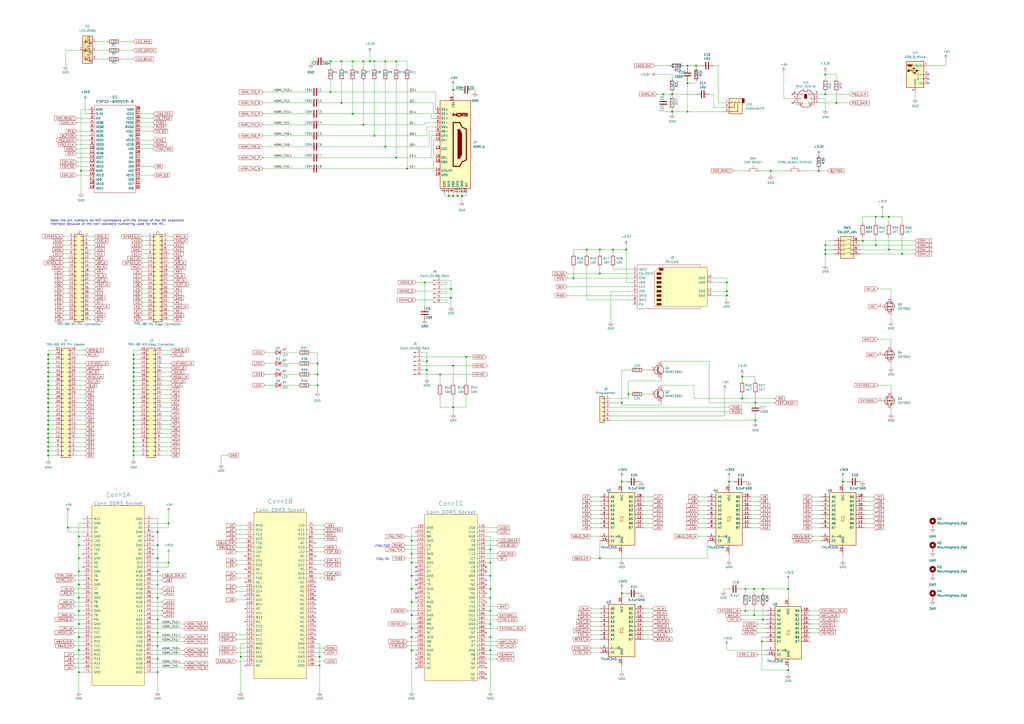
<source format=kicad_sch>
(kicad_sch (version 20211123) (generator eeschema)
  (paper "A2")
  (title_block (title "NextTRS") (date "2022-12-04") (rev "0.1") (comment 2 "NextTRS - Multi-Function Card for the TRS-80"))
  (junction (at 437.515 356.87))
  (junction (at 45.72 377.19))
  (junction (at 77.47 228.6))
  (junction (at 27.94 256.54))
  (junction (at 198.12 35.56))
  (junction (at 447.04 99.06))
  (junction (at 184.15 223.52))
  (junction (at 45.72 331.47))
  (junction (at 191.77 53.34))
  (junction (at 217.17 78.74))
  (junction (at 500.38 139.7))
  (junction (at 515.62 144.78))
  (junction (at 238.76 321.31))
  (junction (at 270.51 207.01))
  (junction (at 262.89 52.07))
  (junction (at 284.48 361.95))
  (junction (at 442.595 359.41))
  (junction (at 27.94 210.82))
  (junction (at 91.44 389.89))
  (junction (at 77.47 205.74))
  (junction (at 97.79 326.39))
  (junction (at 77.47 215.9))
  (junction (at 191.77 35.56))
  (junction (at 91.44 367.03))
  (junction (at 77.47 233.68))
  (junction (at 363.22 144.78))
  (junction (at 223.52 35.56))
  (junction (at 77.47 243.84))
  (junction (at 27.94 226.06))
  (junction (at 27.94 233.68))
  (junction (at 478.79 147.32))
  (junction (at 265.43 113.665))
  (junction (at 27.94 228.6))
  (junction (at 77.47 208.28))
  (junction (at 77.47 256.54))
  (junction (at 485.14 59.69))
  (junction (at 421.64 171.45))
  (junction (at 284.48 369.57))
  (junction (at 238.76 341.63))
  (junction (at 332.74 161.29))
  (junction (at 217.17 35.56))
  (junction (at 46.99 99.06))
  (junction (at 260.35 113.665))
  (junction (at 27.94 208.28))
  (junction (at 27.94 220.98))
  (junction (at 77.47 238.76))
  (junction (at 45.72 354.33))
  (junction (at 77.47 231.14))
  (junction (at 77.47 246.38))
  (junction (at 27.94 264.16))
  (junction (at 236.22 97.79))
  (junction (at 77.47 226.06))
  (junction (at 77.47 264.16))
  (junction (at 261.62 172.72))
  (junction (at 442.595 341.63))
  (junction (at 478.79 43.18))
  (junction (at 139.7 381))
  (junction (at 91.44 374.65))
  (junction (at 478.79 54.61))
  (junction (at 511.81 125.73))
  (junction (at 430.53 218.44))
  (junction (at 523.24 147.32))
  (junction (at 91.44 339.09))
  (junction (at 223.52 85.09))
  (junction (at 284.48 326.39))
  (junction (at 437.515 341.63))
  (junction (at 441.96 372.11))
  (junction (at 247.65 214.63))
  (junction (at 421.64 168.91))
  (junction (at 45.72 323.85))
  (junction (at 347.98 158.75))
  (junction (at 267.97 113.665))
  (junction (at 421.64 163.83))
  (junction (at 97.79 303.53))
  (junction (at 27.94 218.44))
  (junction (at 430.53 231.14))
  (junction (at 340.36 144.78))
  (junction (at 347.98 144.78))
  (junction (at 238.76 369.57))
  (junction (at 457.2 388.62))
  (junction (at 508 142.24))
  (junction (at 457.2 341.63))
  (junction (at 210.82 72.39))
  (junction (at 45.72 311.15))
  (junction (at 184.15 210.82))
  (junction (at 422.91 279.4))
  (junction (at 432.435 354.33))
  (junction (at 77.47 236.22))
  (junction (at 27.94 243.84))
  (junction (at 27.94 213.36))
  (junction (at 77.47 248.92))
  (junction (at 45.72 369.57))
  (junction (at 238.76 313.69))
  (junction (at 384.81 54.61))
  (junction (at 432.435 341.63))
  (junction (at 77.47 213.36))
  (junction (at 184.15 217.17))
  (junction (at 27.94 254))
  (junction (at 185.42 381))
  (junction (at 91.44 382.27))
  (junction (at 261.62 167.64))
  (junction (at 27.94 246.38))
  (junction (at 229.87 91.44))
  (junction (at 238.76 349.25))
  (junction (at 27.94 215.9))
  (junction (at 77.47 210.82))
  (junction (at 246.38 163.83))
  (junction (at 398.78 48.26))
  (junction (at 284.48 346.71))
  (junction (at 91.44 346.71))
  (junction (at 27.94 261.62))
  (junction (at 255.27 217.17))
  (junction (at 238.76 334.01))
  (junction (at 214.63 35.56))
  (junction (at 77.47 223.52))
  (junction (at 478.79 142.24))
  (junction (at 398.78 38.1))
  (junction (at 91.44 323.85))
  (junction (at 45.72 316.23))
  (junction (at 77.47 218.44))
  (junction (at 27.94 251.46))
  (junction (at 210.82 35.56))
  (junction (at 27.94 248.92))
  (junction (at 45.72 389.89))
  (junction (at 360.68 233.68))
  (junction (at 27.94 231.14))
  (junction (at 284.48 377.19))
  (junction (at 284.48 318.77))
  (junction (at 403.86 38.1))
  (junction (at 474.98 99.06))
  (junction (at 198.12 59.69))
  (junction (at 360.68 279.4))
  (junction (at 27.94 238.76))
  (junction (at 238.76 326.39))
  (junction (at 284.48 341.63))
  (junction (at 238.76 356.87))
  (junction (at 355.6 144.78))
  (junction (at 45.72 339.09))
  (junction (at 262.89 113.665))
  (junction (at 247.65 209.55))
  (junction (at 185.42 386.08))
  (junction (at 284.48 354.33))
  (junction (at 77.47 261.62))
  (junction (at 204.47 66.04))
  (junction (at 91.44 316.23))
  (junction (at 347.98 323.85))
  (junction (at 364.49 228.6))
  (junction (at 238.76 377.19))
  (junction (at 389.89 54.61))
  (junction (at 360.68 344.17))
  (junction (at 77.47 254))
  (junction (at 398.78 64.77))
  (junction (at 77.47 241.3))
  (junction (at 389.89 64.77))
  (junction (at 27.94 259.08))
  (junction (at 204.47 35.56))
  (junction (at 27.94 241.3))
  (junction (at 515.62 125.73))
  (junction (at 27.94 205.74))
  (junction (at 91.44 331.47))
  (junction (at 77.47 251.46))
  (junction (at 488.95 279.4))
  (junction (at 27.94 236.22))
  (junction (at 91.44 359.41))
  (junction (at 238.76 364.49))
  (junction (at 229.87 35.56))
  (junction (at 438.15 243.84))
  (junction (at 45.72 346.71))
  (junction (at 478.79 144.78))
  (junction (at 262.89 212.09))
  (junction (at 262.89 236.22))
  (junction (at 508 125.73))
  (junction (at 45.72 361.95))
  (junction (at 27.94 223.52))
  (junction (at 438.15 233.68))
  (junction (at 284.48 334.01))
  (junction (at 91.44 308.61))
  (junction (at 77.47 220.98))
  (junction (at 77.47 259.08))
  (junction (at 39.37 306.07))
  (no_connect (at 241.3 328.93))
  (no_connect (at 538.48 43.18))
  (no_connect (at 281.94 328.93))
  (no_connect (at 538.48 45.72))
  (no_connect (at 459.74 54.61))
  (no_connect (at 241.3 346.71))
  (no_connect (at 241.3 331.47))
  (no_connect (at 538.48 48.26))
  (no_connect (at 241.3 339.09))
  (no_connect (at 459.74 59.69))
  (no_connect (at 241.3 344.17))
  (no_connect (at 241.3 336.55))
  (no_connect (at 281.94 331.47))
  (wire (pts (xy 204.47 35.56) (xy 204.47 39.37)))
  (wire (pts (xy 97.79 303.53) (xy 97.79 297.18)))
  (wire (pts (xy 432.435 341.63) (xy 437.515 341.63)))
  (wire (pts (xy 45.72 346.71) (xy 48.26 346.71)))
  (wire (pts (xy 44.45 78.74) (xy 52.07 78.74)))
  (wire (pts (xy 364.49 228.6) (xy 365.76 228.6)))
  (wire (pts (xy 262.89 212.09) (xy 274.32 212.09)))
  (wire (pts (xy 184.15 223.52) (xy 184.15 227.33)))
  (wire (pts (xy 485.14 59.69) (xy 492.76 59.69)))
  (wire (pts (xy 275.59 52.07) (xy 275.59 53.34)))
  (wire (pts (xy 421.64 168.91) (xy 421.64 171.45)))
  (wire (pts (xy 238.76 341.63) (xy 241.3 341.63)))
  (wire (pts (xy 165.1 217.17) (xy 172.72 217.17)))
  (wire (pts (xy 488.95 279.4) (xy 491.49 279.4)))
  (wire (pts (xy 471.17 303.53) (xy 476.25 303.53)))
  (wire (pts (xy 363.22 144.78) (xy 355.6 144.78)))
  (wire (pts (xy 43.18 336.55) (xy 48.26 336.55)))
  (wire (pts (xy 152.4 59.69) (xy 179.07 59.69)))
  (wire (pts (xy 471.17 298.45) (xy 476.25 298.45)))
  (wire (pts (xy 45.72 377.19) (xy 48.26 377.19)))
  (wire (pts (xy 91.44 316.23) (xy 91.44 323.85)))
  (wire (pts (xy 44.45 254) (xy 49.53 254)))
  (wire (pts (xy 410.21 293.37) (xy 405.13 293.37)))
  (wire (pts (xy 284.48 354.33) (xy 284.48 361.95)))
  (wire (pts (xy 373.38 298.45) (xy 378.46 298.45)))
  (wire (pts (xy 398.78 64.77) (xy 420.37 64.77)))
  (wire (pts (xy 419.735 341.63) (xy 419.735 342.9)))
  (wire (pts (xy 81.28 210.82) (xy 77.47 210.82)))
  (wire (pts (xy 137.16 314.96) (xy 142.24 314.96)))
  (wire (pts (xy 91.44 359.41) (xy 91.44 367.03)))
  (wire (pts (xy 77.47 248.92) (xy 77.47 251.46)))
  (wire (pts (xy 49.53 256.54) (xy 44.45 256.54)))
  (wire (pts (xy 444.5 379.73) (xy 439.42 379.73)))
  (wire (pts (xy 142.24 373.38) (xy 139.7 373.38)))
  (wire (pts (xy 93.98 223.52) (xy 99.06 223.52)))
  (wire (pts (xy 153.67 217.17) (xy 157.48 217.17)))
  (wire (pts (xy 186.69 59.69) (xy 198.12 59.69)))
  (wire (pts (xy 198.12 59.69) (xy 251.46 59.69)))
  (wire (pts (xy 265.43 111.76) (xy 265.43 113.665)))
  (wire (pts (xy 81.28 86.36) (xy 88.9 86.36)))
  (wire (pts (xy 44.45 68.58) (xy 52.07 68.58)))
  (wire (pts (xy 342.9 370.84) (xy 347.98 370.84)))
  (wire (pts (xy 441.96 372.11) (xy 441.96 388.62)))
  (wire (pts (xy 405.13 300.99) (xy 410.21 300.99)))
  (wire (pts (xy 509.27 196.85) (xy 516.89 196.85)))
  (wire (pts (xy 284.48 369.57) (xy 284.48 377.19)))
  (wire (pts (xy 44.45 76.2) (xy 52.07 76.2)))
  (wire (pts (xy 182.88 378.46) (xy 187.96 378.46)))
  (wire (pts (xy 342.9 300.99) (xy 347.98 300.99)))
  (wire (pts (xy 45.72 323.85) (xy 45.72 331.47)))
  (wire (pts (xy 485.14 45.72) (xy 485.14 43.18)))
  (wire (pts (xy 44.45 215.9) (xy 49.53 215.9)))
  (wire (pts (xy 52.07 71.12) (xy 44.45 71.12)))
  (wire (pts (xy 435.61 298.45) (xy 440.69 298.45)))
  (wire (pts (xy 471.17 288.29) (xy 476.25 288.29)))
  (wire (pts (xy 43.18 341.63) (xy 48.26 341.63)))
  (wire (pts (xy 360.68 321.31) (xy 360.68 325.12)))
  (wire (pts (xy 88.9 331.47) (xy 91.44 331.47)))
  (wire (pts (xy 367.03 168.91) (xy 354.33 168.91)))
  (wire (pts (xy 54.61 170.18) (xy 52.07 170.18)))
  (wire (pts (xy 88.9 344.17) (xy 93.98 344.17)))
  (wire (pts (xy 85.09 162.56) (xy 82.55 162.56)))
  (wire (pts (xy 405.13 290.83) (xy 410.21 290.83)))
  (wire (pts (xy 54.61 139.7) (xy 52.07 139.7)))
  (wire (pts (xy 81.28 215.9) (xy 77.47 215.9)))
  (wire (pts (xy 441.96 372.11) (xy 444.5 372.11)))
  (wire (pts (xy 45.72 316.23) (xy 45.72 323.85)))
  (wire (pts (xy 81.28 264.16) (xy 77.47 264.16)))
  (wire (pts (xy 137.16 307.34) (xy 142.24 307.34)))
  (wire (pts (xy 93.98 215.9) (xy 99.06 215.9)))
  (wire (pts (xy 381 54.61) (xy 384.81 54.61)))
  (wire (pts (xy 516.89 223.52) (xy 516.89 227.33)))
  (wire (pts (xy 85.09 167.64) (xy 82.55 167.64)))
  (wire (pts (xy 474.98 54.61) (xy 478.79 54.61)))
  (wire (pts (xy 44.45 259.08) (xy 49.53 259.08)))
  (wire (pts (xy 360.68 344.17) (xy 363.22 344.17)))
  (wire (pts (xy 516.89 210.82) (xy 516.89 213.36)))
  (wire (pts (xy 182.88 386.08) (xy 185.42 386.08)))
  (wire (pts (xy 405.13 306.07) (xy 410.21 306.07)))
  (wire (pts (xy 342.9 363.22) (xy 347.98 363.22)))
  (wire (pts (xy 88.9 387.35) (xy 106.68 387.35)))
  (wire (pts (xy 281.94 313.69) (xy 288.29 313.69)))
  (wire (pts (xy 77.47 233.68) (xy 77.47 236.22)))
  (wire (pts (xy 245.11 204.47) (xy 247.65 204.47)))
  (wire (pts (xy 421.64 377.19) (xy 421.64 374.65)))
  (wire (pts (xy 398.78 46.99) (xy 398.78 48.26)))
  (wire (pts (xy 281.94 316.23) (xy 288.29 316.23)))
  (wire (pts (xy 432.435 354.33) (xy 444.5 354.33)))
  (wire (pts (xy 435.61 306.07) (xy 440.69 306.07)))
  (wire (pts (xy 478.79 43.18) (xy 478.79 45.72)))
  (wire (pts (xy 49.53 228.6) (xy 44.45 228.6)))
  (wire (pts (xy 432.435 351.79) (xy 432.435 354.33)))
  (wire (pts (xy 405.13 295.91) (xy 410.21 295.91)))
  (wire (pts (xy 55.88 34.29) (xy 62.23 34.29)))
  (wire (pts (xy 186.69 72.39) (xy 210.82 72.39)))
  (wire (pts (xy 88.9 303.53) (xy 97.79 303.53)))
  (wire (pts (xy 223.52 35.56) (xy 229.87 35.56)))
  (wire (pts (xy 27.94 248.92) (xy 27.94 251.46)))
  (wire (pts (xy 44.45 226.06) (xy 49.53 226.06)))
  (wire (pts (xy 259.08 163.83) (xy 259.08 165.1)))
  (wire (pts (xy 515.62 125.73) (xy 523.24 125.73)))
  (wire (pts (xy 247.65 73.66) (xy 247.65 78.74)))
  (wire (pts (xy 238.76 326.39) (xy 241.3 326.39)))
  (wire (pts (xy 44.45 213.36) (xy 49.53 213.36)))
  (wire (pts (xy 186.69 85.09) (xy 223.52 85.09)))
  (wire (pts (xy 259.08 168.91) (xy 259.08 170.18)))
  (wire (pts (xy 43.18 359.41) (xy 48.26 359.41)))
  (wire (pts (xy 81.28 73.66) (xy 88.9 73.66)))
  (wire (pts (xy 182.88 307.34) (xy 187.96 307.34)))
  (wire (pts (xy 81.28 83.82) (xy 88.9 83.82)))
  (wire (pts (xy 245.11 217.17) (xy 255.27 217.17)))
  (wire (pts (xy 31.75 259.08) (xy 27.94 259.08)))
  (wire (pts (xy 262.89 52.07) (xy 266.7 52.07)))
  (wire (pts (xy 180.34 223.52) (xy 184.15 223.52)))
  (wire (pts (xy 44.45 88.9) (xy 52.07 88.9)))
  (wire (pts (xy 43.18 364.49) (xy 48.26 364.49)))
  (wire (pts (xy 238.76 326.39) (xy 238.76 334.01)))
  (wire (pts (xy 342.9 306.07) (xy 347.98 306.07)))
  (wire (pts (xy 39.37 180.34) (xy 36.83 180.34)))
  (wire (pts (xy 501.65 298.45) (xy 506.73 298.45)))
  (wire (pts (xy 184.15 210.82) (xy 184.15 217.17)))
  (wire (pts (xy 54.61 142.24) (xy 52.07 142.24)))
  (wire (pts (xy 373.38 360.68) (xy 378.46 360.68)))
  (wire (pts (xy 97.79 328.93) (xy 88.9 328.93)))
  (wire (pts (xy 77.47 254) (xy 77.47 256.54)))
  (wire (pts (xy 182.88 373.38) (xy 185.42 373.38)))
  (wire (pts (xy 238.76 356.87) (xy 241.3 356.87)))
  (wire (pts (xy 44.45 101.6) (xy 52.07 101.6)))
  (wire (pts (xy 247.65 204.47) (xy 247.65 209.55)))
  (wire (pts (xy 340.36 144.78) (xy 332.74 144.78)))
  (wire (pts (xy 435.61 290.83) (xy 440.69 290.83)))
  (wire (pts (xy 44.45 91.44) (xy 52.07 91.44)))
  (wire (pts (xy 77.47 213.36) (xy 77.47 215.9)))
  (wire (pts (xy 238.76 334.01) (xy 241.3 334.01)))
  (wire (pts (xy 432.435 341.63) (xy 432.435 344.17)))
  (wire (pts (xy 31.75 256.54) (xy 27.94 256.54)))
  (wire (pts (xy 261.62 172.72) (xy 261.62 177.8)))
  (wire (pts (xy 27.94 261.62) (xy 27.94 264.16)))
  (wire (pts (xy 238.76 364.49) (xy 238.76 369.57)))
  (wire (pts (xy 85.09 147.32) (xy 82.55 147.32)))
  (wire (pts (xy 48.26 308.61) (xy 39.37 308.61)))
  (wire (pts (xy 422.91 279.4) (xy 422.91 280.67)))
  (wire (pts (xy 478.79 142.24) (xy 478.79 144.78)))
  (wire (pts (xy 165.1 223.52) (xy 172.72 223.52)))
  (wire (pts (xy 54.61 149.86) (xy 52.07 149.86)))
  (wire (pts (xy 85.09 160.02) (xy 82.55 160.02)))
  (wire (pts (xy 501.65 290.83) (xy 506.73 290.83)))
  (wire (pts (xy 31.75 264.16) (xy 27.94 264.16)))
  (wire (pts (xy 281.94 354.33) (xy 284.48 354.33)))
  (wire (pts (xy 85.09 175.26) (xy 82.55 175.26)))
  (wire (pts (xy 88.9 308.61) (xy 91.44 308.61)))
  (wire (pts (xy 91.44 339.09) (xy 91.44 346.71)))
  (wire (pts (xy 54.61 167.64) (xy 52.07 167.64)))
  (wire (pts (xy 81.28 208.28) (xy 77.47 208.28)))
  (wire (pts (xy 217.17 35.56) (xy 217.17 39.37)))
  (wire (pts (xy 284.48 311.15) (xy 284.48 318.77)))
  (wire (pts (xy 43.18 372.11) (xy 48.26 372.11)))
  (wire (pts (xy 478.79 54.61) (xy 478.79 53.34)))
  (wire (pts (xy 44.45 264.16) (xy 49.53 264.16)))
  (wire (pts (xy 182.88 325.12) (xy 187.96 325.12)))
  (wire (pts (xy 246.38 163.83) (xy 259.08 163.83)))
  (wire (pts (xy 69.85 34.29) (xy 77.47 34.29)))
  (wire (pts (xy 389.89 54.61) (xy 389.89 55.88)))
  (wire (pts (xy 402.59 223.52) (xy 402.59 231.14)))
  (wire (pts (xy 425.45 99.06) (xy 431.8 99.06)))
  (wire (pts (xy 281.94 364.49) (xy 288.29 364.49)))
  (wire (pts (xy 128.27 269.24) (xy 128.27 264.16)))
  (wire (pts (xy 340.36 144.78) (xy 347.98 144.78)))
  (wire (pts (xy 93.98 264.16) (xy 99.06 264.16)))
  (wire (pts (xy 77.47 226.06) (xy 77.47 228.6)))
  (wire (pts (xy 48.26 303.53) (xy 45.72 303.53)))
  (wire (pts (xy 342.9 360.68) (xy 347.98 360.68)))
  (wire (pts (xy 93.98 205.74) (xy 99.06 205.74)))
  (wire (pts (xy 438.15 241.3) (xy 438.15 243.84)))
  (wire (pts (xy 81.28 236.22) (xy 77.47 236.22)))
  (wire (pts (xy 252.73 66.04) (xy 251.46 66.04)))
  (wire (pts (xy 186.69 78.74) (xy 217.17 78.74)))
  (wire (pts (xy 69.85 29.21) (xy 77.47 29.21)))
  (wire (pts (xy 54.61 165.1) (xy 52.07 165.1)))
  (wire (pts (xy 81.28 205.74) (xy 77.47 205.74)))
  (wire (pts (xy 246.38 177.8) (xy 246.38 163.83)))
  (wire (pts (xy 416.56 59.69) (xy 416.56 38.1)))
  (wire (pts (xy 238.76 349.25) (xy 238.76 356.87)))
  (wire (pts (xy 238.76 369.57) (xy 238.76 377.19)))
  (wire (pts (xy 478.79 41.91) (xy 478.79 43.18)))
  (wire (pts (xy 284.48 326.39) (xy 284.48 334.01)))
  (wire (pts (xy 31.75 246.38) (xy 27.94 246.38)))
  (wire (pts (xy 471.17 290.83) (xy 476.25 290.83)))
  (wire (pts (xy 354.33 243.84) (xy 438.15 243.84)))
  (wire (pts (xy 185.42 381) (xy 185.42 386.08)))
  (wire (pts (xy 54.61 175.26) (xy 52.07 175.26)))
  (wire (pts (xy 27.94 254) (xy 27.94 256.54)))
  (wire (pts (xy 100.33 147.32) (xy 97.79 147.32)))
  (wire (pts (xy 259.08 175.26) (xy 256.54 175.26)))
  (wire (pts (xy 180.34 210.82) (xy 184.15 210.82)))
  (wire (pts (xy 81.28 226.06) (xy 77.47 226.06)))
  (wire (pts (xy 499.11 142.24) (xy 508 142.24)))
  (wire (pts (xy 523.24 125.73) (xy 523.24 129.54)))
  (wire (pts (xy 44.45 203.2) (xy 49.53 203.2)))
  (wire (pts (xy 457.2 387.35) (xy 457.2 388.62)))
  (wire (pts (xy 422.275 341.63) (xy 419.735 341.63)))
  (wire (pts (xy 234.95 311.15) (xy 241.3 311.15)))
  (wire (pts (xy 284.48 361.95) (xy 284.48 369.57)))
  (wire (pts (xy 182.88 312.42) (xy 187.96 312.42)))
  (wire (pts (xy 88.9 346.71) (xy 91.44 346.71)))
  (wire (pts (xy 45.72 354.33) (xy 45.72 361.95)))
  (wire (pts (xy 44.45 83.82) (xy 52.07 83.82)))
  (wire (pts (xy 252.73 71.12) (xy 246.38 71.12)))
  (wire (pts (xy 441.96 388.62) (xy 457.2 388.62)))
  (wire (pts (xy 45.72 311.15) (xy 45.72 316.23)))
  (wire (pts (xy 373.38 228.6) (xy 375.92 228.6)))
  (wire (pts (xy 77.47 205.74) (xy 77.47 208.28)))
  (wire (pts (xy 77.47 238.76) (xy 77.47 241.3)))
  (wire (pts (xy 137.16 347.98) (xy 142.24 347.98)))
  (wire (pts (xy 49.53 246.38) (xy 44.45 246.38)))
  (wire (pts (xy 39.37 157.48) (xy 36.83 157.48)))
  (wire (pts (xy 93.98 236.22) (xy 99.06 236.22)))
  (wire (pts (xy 88.9 361.95) (xy 106.68 361.95)))
  (wire (pts (xy 260.35 111.76) (xy 260.35 113.665)))
  (wire (pts (xy 328.93 161.29) (xy 332.74 161.29)))
  (wire (pts (xy 39.37 182.88) (xy 36.83 182.88)))
  (wire (pts (xy 383.54 233.68) (xy 383.54 234.95)))
  (wire (pts (xy 52.07 63.5) (xy 46.99 63.5)))
  (wire (pts (xy 49.53 233.68) (xy 44.45 233.68)))
  (wire (pts (xy 500.38 137.16) (xy 500.38 139.7)))
  (wire (pts (xy 430.53 228.6) (xy 430.53 231.14)))
  (wire (pts (xy 281.94 321.31) (xy 288.29 321.31)))
  (wire (pts (xy 252.73 73.66) (xy 247.65 73.66)))
  (wire (pts (xy 508 125.73) (xy 511.81 125.73)))
  (wire (pts (xy 91.44 389.89) (xy 91.44 401.32)))
  (wire (pts (xy 354.33 241.3) (xy 420.37 241.3)))
  (wire (pts (xy 501.65 295.91) (xy 506.73 295.91)))
  (wire (pts (xy 77.47 218.44) (xy 77.47 220.98)))
  (wire (pts (xy 437.515 341.63) (xy 442.595 341.63)))
  (wire (pts (xy 139.7 373.38) (xy 139.7 381)))
  (wire (pts (xy 262.89 52.07) (xy 262.89 55.88)))
  (wire (pts (xy 360.68 279.4) (xy 360.68 280.67)))
  (wire (pts (xy 152.4 66.04) (xy 179.07 66.04)))
  (wire (pts (xy 223.52 46.99) (xy 223.52 85.09)))
  (wire (pts (xy 508 125.73) (xy 508 129.54)))
  (wire (pts (xy 88.9 364.49) (xy 106.68 364.49)))
  (wire (pts (xy 238.76 364.49) (xy 241.3 364.49)))
  (wire (pts (xy 274.32 52.07) (xy 275.59 52.07)))
  (wire (pts (xy 457.2 341.63) (xy 457.2 346.71)))
  (wire (pts (xy 85.09 170.18) (xy 82.55 170.18)))
  (wire (pts (xy 223.52 85.09) (xy 248.92 85.09)))
  (wire (pts (xy 281.94 341.63) (xy 284.48 341.63)))
  (wire (pts (xy 44.45 231.14) (xy 49.53 231.14)))
  (wire (pts (xy 435.61 293.37) (xy 440.69 293.37)))
  (wire (pts (xy 180.34 204.47) (xy 184.15 204.47)))
  (wire (pts (xy 347.98 375.92) (xy 342.9 375.92)))
  (wire (pts (xy 469.9 359.41) (xy 474.98 359.41)))
  (wire (pts (xy 245.11 207.01) (xy 270.51 207.01)))
  (wire (pts (xy 54.61 152.4) (xy 52.07 152.4)))
  (wire (pts (xy 44.45 223.52) (xy 49.53 223.52)))
  (wire (pts (xy 81.28 76.2) (xy 88.9 76.2)))
  (wire (pts (xy 43.18 374.65) (xy 48.26 374.65)))
  (wire (pts (xy 137.16 320.04) (xy 142.24 320.04)))
  (wire (pts (xy 77.47 228.6) (xy 77.47 231.14)))
  (wire (pts (xy 100.33 170.18) (xy 97.79 170.18)))
  (wire (pts (xy 488.95 276.86) (xy 488.95 279.4)))
  (wire (pts (xy 88.9 384.81) (xy 106.68 384.81)))
  (wire (pts (xy 511.81 121.92) (xy 511.81 125.73)))
  (wire (pts (xy 411.48 209.55) (xy 411.48 233.68)))
  (wire (pts (xy 77.47 259.08) (xy 77.47 261.62)))
  (wire (pts (xy 478.79 57.15) (xy 478.79 63.5)))
  (wire (pts (xy 204.47 66.04) (xy 250.19 66.04)))
  (wire (pts (xy 492.76 54.61) (xy 478.79 54.61)))
  (wire (pts (xy 223.52 35.56) (xy 223.52 39.37)))
  (wire (pts (xy 367.03 156.21) (xy 355.6 156.21)))
  (wire (pts (xy 88.9 374.65) (xy 91.44 374.65)))
  (wire (pts (xy 501.65 306.07) (xy 506.73 306.07)))
  (wire (pts (xy 39.37 149.86) (xy 36.83 149.86)))
  (wire (pts (xy 238.76 321.31) (xy 238.76 326.39)))
  (wire (pts (xy 238.76 377.19) (xy 238.76 401.32)))
  (wire (pts (xy 81.28 68.58) (xy 88.9 68.58)))
  (wire (pts (xy 478.79 147.32) (xy 483.87 147.32)))
  (wire (pts (xy 262.89 49.53) (xy 262.89 52.07)))
  (wire (pts (xy 77.47 208.28) (xy 77.47 210.82)))
  (wire (pts (xy 27.94 223.52) (xy 27.94 226.06)))
  (wire (pts (xy 52.07 66.04) (xy 49.53 66.04)))
  (wire (pts (xy 442.595 351.79) (xy 442.595 359.41)))
  (wire (pts (xy 469.9 367.03) (xy 474.98 367.03)))
  (wire (pts (xy 189.23 35.56) (xy 191.77 35.56)))
  (wire (pts (xy 471.17 300.99) (xy 476.25 300.99)))
  (wire (pts (xy 186.69 91.44) (xy 229.87 91.44)))
  (wire (pts (xy 281.94 334.01) (xy 284.48 334.01)))
  (wire (pts (xy 373.38 290.83) (xy 378.46 290.83)))
  (wire (pts (xy 437.515 351.79) (xy 437.515 356.87)))
  (wire (pts (xy 100.33 139.7) (xy 97.79 139.7)))
  (wire (pts (xy 405.13 303.53) (xy 410.21 303.53)))
  (wire (pts (xy 81.28 254) (xy 77.47 254)))
  (wire (pts (xy 281.94 306.07) (xy 288.29 306.07)))
  (wire (pts (xy 370.84 279.4) (xy 372.11 279.4)))
  (wire (pts (xy 488.95 279.4) (xy 488.95 280.67)))
  (wire (pts (xy 267.97 111.76) (xy 267.97 113.665)))
  (wire (pts (xy 384.81 63.5) (xy 384.81 64.77)))
  (wire (pts (xy 281.94 379.73) (xy 288.29 379.73)))
  (wire (pts (xy 229.87 91.44) (xy 250.19 91.44)))
  (wire (pts (xy 44.45 205.74) (xy 49.53 205.74)))
  (wire (pts (xy 252.73 81.28) (xy 251.46 81.28)))
  (wire (pts (xy 405.13 288.29) (xy 410.21 288.29)))
  (wire (pts (xy 81.28 81.28) (xy 88.9 81.28)))
  (wire (pts (xy 184.15 217.17) (xy 184.15 223.52)))
  (wire (pts (xy 469.9 361.95) (xy 474.98 361.95)))
  (wire (pts (xy 39.37 139.7) (xy 36.83 139.7)))
  (wire (pts (xy 252.73 76.2) (xy 248.92 76.2)))
  (wire (pts (xy 39.37 297.18) (xy 39.37 306.07)))
  (wire (pts (xy 383.54 234.95) (xy 360.68 234.95)))
  (wire (pts (xy 88.9 326.39) (xy 97.79 326.39)))
  (wire (pts (xy 354.33 233.68) (xy 360.68 233.68)))
  (wire (pts (xy 236.22 46.99) (xy 236.22 97.79)))
  (wire (pts (xy 91.44 323.85) (xy 91.44 331.47)))
  (wire (pts (xy 383.54 219.71) (xy 383.54 220.98)))
  (wire (pts (xy 255.27 217.17) (xy 255.27 222.25)))
  (wire (pts (xy 384.81 54.61) (xy 389.89 54.61)))
  (wire (pts (xy 523.24 137.16) (xy 523.24 147.32)))
  (wire (pts (xy 44.45 93.98) (xy 52.07 93.98)))
  (wire (pts (xy 137.16 327.66) (xy 142.24 327.66)))
  (wire (pts (xy 389.89 54.61) (xy 403.86 54.61)))
  (wire (pts (xy 398.78 39.37) (xy 398.78 38.1)))
  (wire (pts (xy 81.28 251.46) (xy 77.47 251.46)))
  (wire (pts (xy 229.87 46.99) (xy 229.87 91.44)))
  (wire (pts (xy 85.09 165.1) (xy 82.55 165.1)))
  (wire (pts (xy 383.54 220.98) (xy 364.49 220.98)))
  (wire (pts (xy 241.3 306.07) (xy 238.76 306.07)))
  (wire (pts (xy 39.37 306.07) (xy 48.26 306.07)))
  (wire (pts (xy 182.88 320.04) (xy 187.96 320.04)))
  (wire (pts (xy 530.86 53.34) (xy 530.86 57.15)))
  (wire (pts (xy 165.1 204.47) (xy 172.72 204.47)))
  (wire (pts (xy 152.4 78.74) (xy 179.07 78.74)))
  (wire (pts (xy 27.94 231.14) (xy 27.94 233.68)))
  (wire (pts (xy 364.49 220.98) (xy 364.49 228.6)))
  (wire (pts (xy 474.98 97.79) (xy 474.98 99.06)))
  (wire (pts (xy 238.76 306.07) (xy 238.76 313.69)))
  (wire (pts (xy 251.46 66.04) (xy 251.46 59.69)))
  (wire (pts (xy 281.94 382.27) (xy 288.29 382.27)))
  (wire (pts (xy 342.9 298.45) (xy 347.98 298.45)))
  (wire (pts (xy 403.86 39.37) (xy 403.86 38.1)))
  (wire (pts (xy 500.38 139.7) (xy 530.86 139.7)))
  (wire (pts (xy 27.94 251.46) (xy 27.94 254)))
  (wire (pts (xy 182.88 327.66) (xy 187.96 327.66)))
  (wire (pts (xy 229.87 35.56) (xy 229.87 39.37)))
  (wire (pts (xy 447.04 99.06) (xy 455.93 99.06)))
  (wire (pts (xy 236.22 361.95) (xy 241.3 361.95)))
  (wire (pts (xy 49.53 251.46) (xy 44.45 251.46)))
  (wire (pts (xy 435.61 295.91) (xy 440.69 295.91)))
  (wire (pts (xy 100.33 177.8) (xy 97.79 177.8)))
  (wire (pts (xy 39.37 162.56) (xy 36.83 162.56)))
  (wire (pts (xy 77.47 203.2) (xy 77.47 205.74)))
  (wire (pts (xy 182.88 381) (xy 185.42 381)))
  (wire (pts (xy 516.89 172.72) (xy 516.89 167.64)))
  (wire (pts (xy 420.37 62.23) (xy 414.02 62.23)))
  (wire (pts (xy 54.61 162.56) (xy 52.07 162.56)))
  (wire (pts (xy 27.94 233.68) (xy 27.94 236.22)))
  (wire (pts (xy 137.16 332.74) (xy 142.24 332.74)))
  (wire (pts (xy 88.9 379.73) (xy 106.68 379.73)))
  (wire (pts (xy 511.81 125.73) (xy 515.62 125.73)))
  (wire (pts (xy 262.89 212.09) (xy 262.89 222.25)))
  (wire (pts (xy 515.62 137.16) (xy 515.62 144.78)))
  (wire (pts (xy 45.72 316.23) (xy 48.26 316.23)))
  (wire (pts (xy 342.9 288.29) (xy 347.98 288.29)))
  (wire (pts (xy 137.16 342.9) (xy 142.24 342.9)))
  (wire (pts (xy 184.15 204.47) (xy 184.15 210.82)))
  (wire (pts (xy 45.72 354.33) (xy 48.26 354.33)))
  (wire (pts (xy 45.72 389.89) (xy 48.26 389.89)))
  (wire (pts (xy 398.78 64.77) (xy 389.89 64.77)))
  (wire (pts (xy 509.27 223.52) (xy 516.89 223.52)))
  (wire (pts (xy 99.06 251.46) (xy 93.98 251.46)))
  (wire (pts (xy 236.22 35.56) (xy 236.22 39.37)))
  (wire (pts (xy 99.06 243.84) (xy 93.98 243.84)))
  (wire (pts (xy 180.34 217.17) (xy 184.15 217.17)))
  (wire (pts (xy 284.48 318.77) (xy 284.48 326.39)))
  (wire (pts (xy 360.68 276.86) (xy 360.68 279.4)))
  (wire (pts (xy 270.51 207.01) (xy 274.32 207.01)))
  (wire (pts (xy 238.76 321.31) (xy 241.3 321.31)))
  (wire (pts (xy 245.11 209.55) (xy 247.65 209.55)))
  (wire (pts (xy 91.44 374.65) (xy 91.44 382.27)))
  (wire (pts (xy 93.98 213.36) (xy 99.06 213.36)))
  (wire (pts (xy 100.33 185.42) (xy 97.79 185.42)))
  (wire (pts (xy 81.28 261.62) (xy 77.47 261.62)))
  (wire (pts (xy 77.47 246.38) (xy 77.47 248.92)))
  (wire (pts (xy 217.17 46.99) (xy 217.17 78.74)))
  (wire (pts (xy 49.53 66.04) (xy 49.53 58.42)))
  (wire (pts (xy 93.98 241.3) (xy 99.06 241.3)))
  (wire (pts (xy 44.45 81.28) (xy 52.07 81.28)))
  (wire (pts (xy 69.85 24.13) (xy 77.47 24.13)))
  (wire (pts (xy 414.02 54.61) (xy 411.48 54.61)))
  (wire (pts (xy 478.79 144.78) (xy 478.79 147.32)))
  (wire (pts (xy 255.27 217.17) (xy 274.32 217.17)))
  (wire (pts (xy 422.91 321.31) (xy 422.91 325.12)))
  (wire (pts (xy 45.72 323.85) (xy 48.26 323.85)))
  (wire (pts (xy 262.89 236.22) (xy 262.89 240.03)))
  (wire (pts (xy 471.17 295.91) (xy 476.25 295.91)))
  (wire (pts (xy 31.75 228.6) (xy 27.94 228.6)))
  (wire (pts (xy 389.89 63.5) (xy 389.89 64.77)))
  (wire (pts (xy 236.22 97.79) (xy 251.46 97.79)))
  (wire (pts (xy 31.75 231.14) (xy 27.94 231.14)))
  (wire (pts (xy 182.88 375.92) (xy 187.96 375.92)))
  (wire (pts (xy 45.72 339.09) (xy 48.26 339.09)))
  (wire (pts (xy 442.595 341.63) (xy 442.595 344.17)))
  (wire (pts (xy 354.33 168.91) (xy 354.33 186.69)))
  (wire (pts (xy 438.15 218.44) (xy 430.53 218.44)))
  (wire (pts (xy 438.15 233.68) (xy 438.15 228.6)))
  (wire (pts (xy 257.81 111.76) (xy 257.81 113.665)))
  (wire (pts (xy 360.68 341.63) (xy 360.68 344.17)))
  (wire (pts (xy 39.37 147.32) (xy 36.83 147.32)))
  (wire (pts (xy 31.75 210.82) (xy 27.94 210.82)))
  (wire (pts (xy 412.75 161.29) (xy 421.64 161.29)))
  (wire (pts (xy 403.86 46.99) (xy 403.86 48.26)))
  (wire (pts (xy 31.75 215.9) (xy 27.94 215.9)))
  (wire (pts (xy 49.53 243.84) (xy 44.45 243.84)))
  (wire (pts (xy 265.43 113.665) (xy 267.97 113.665)))
  (wire (pts (xy 181.61 35.56) (xy 180.34 35.56)))
  (wire (pts (xy 31.75 218.44) (xy 27.94 218.44)))
  (wire (pts (xy 398.78 48.26) (xy 403.86 48.26)))
  (wire (pts (xy 191.77 53.34) (xy 252.73 53.34)))
  (wire (pts (xy 44.45 236.22) (xy 49.53 236.22)))
  (wire (pts (xy 85.09 142.24) (xy 82.55 142.24)))
  (wire (pts (xy 27.94 205.74) (xy 27.94 208.28)))
  (wire (pts (xy 100.33 175.26) (xy 97.79 175.26)))
  (wire (pts (xy 85.09 149.86) (xy 82.55 149.86)))
  (wire (pts (xy 360.68 279.4) (xy 363.22 279.4)))
  (wire (pts (xy 54.61 185.42) (xy 52.07 185.42)))
  (wire (pts (xy 45.72 311.15) (xy 48.26 311.15)))
  (wire (pts (xy 270.51 236.22) (xy 270.51 229.87)))
  (wire (pts (xy 438.15 233.68) (xy 449.58 233.68)))
  (wire (pts (xy 421.64 161.29) (xy 421.64 163.83)))
  (wire (pts (xy 241.3 163.83) (xy 246.38 163.83)))
  (wire (pts (xy 44.45 218.44) (xy 49.53 218.44)))
  (wire (pts (xy 100.33 152.4) (xy 97.79 152.4)))
  (wire (pts (xy 262.89 111.76) (xy 262.89 113.665)))
  (wire (pts (xy 347.98 358.14) (xy 342.9 358.14)))
  (wire (pts (xy 429.895 354.33) (xy 432.435 354.33)))
  (wire (pts (xy 373.38 303.53) (xy 378.46 303.53)))
  (wire (pts (xy 229.87 35.56) (xy 236.22 35.56)))
  (wire (pts (xy 347.98 158.75) (xy 367.03 158.75)))
  (wire (pts (xy 340.36 147.32) (xy 340.36 144.78)))
  (wire (pts (xy 457.2 336.55) (xy 457.2 341.63)))
  (wire (pts (xy 45.72 389.89) (xy 45.72 401.32)))
  (wire (pts (xy 137.16 317.5) (xy 142.24 317.5)))
  (wire (pts (xy 27.94 246.38) (xy 27.94 248.92)))
  (wire (pts (xy 471.17 313.69) (xy 476.25 313.69)))
  (wire (pts (xy 516.89 167.64) (xy 509.27 167.64)))
  (wire (pts (xy 340.36 173.99) (xy 367.03 173.99)))
  (wire (pts (xy 77.47 215.9) (xy 77.47 218.44)))
  (wire (pts (xy 389.89 53.34) (xy 389.89 54.61)))
  (wire (pts (xy 501.65 293.37) (xy 506.73 293.37)))
  (wire (pts (xy 476.25 293.37) (xy 471.17 293.37)))
  (wire (pts (xy 31.75 261.62) (xy 27.94 261.62)))
  (wire (pts (xy 238.76 369.57) (xy 241.3 369.57)))
  (wire (pts (xy 27.94 220.98) (xy 27.94 223.52)))
  (wire (pts (xy 81.28 243.84) (xy 77.47 243.84)))
  (wire (pts (xy 360.68 386.08) (xy 360.68 389.89)))
  (wire (pts (xy 182.88 332.74) (xy 187.96 332.74)))
  (wire (pts (xy 88.9 382.27) (xy 91.44 382.27)))
  (wire (pts (xy 414.02 62.23) (xy 414.02 54.61)))
  (wire (pts (xy 85.09 157.48) (xy 82.55 157.48)))
  (wire (pts (xy 27.94 215.9) (xy 27.94 218.44)))
  (wire (pts (xy 43.18 356.87) (xy 48.26 356.87)))
  (wire (pts (xy 88.9 354.33) (xy 93.98 354.33)))
  (wire (pts (xy 430.53 231.14) (xy 449.58 231.14)))
  (wire (pts (xy 373.38 370.84) (xy 378.46 370.84)))
  (wire (pts (xy 54.61 160.02) (xy 52.07 160.02)))
  (wire (pts (xy 45.72 377.19) (xy 45.72 389.89)))
  (wire (pts (xy 88.9 316.23) (xy 91.44 316.23)))
  (wire (pts (xy 77.47 241.3) (xy 77.47 243.84)))
  (wire (pts (xy 438.15 220.98) (xy 438.15 218.44)))
  (wire (pts (xy 204.47 46.99) (xy 204.47 66.04)))
  (wire (pts (xy 439.42 361.95) (xy 444.5 361.95)))
  (wire (pts (xy 165.1 210.82) (xy 172.72 210.82)))
  (wire (pts (xy 27.94 218.44) (xy 27.94 220.98)))
  (wire (pts (xy 45.72 339.09) (xy 45.72 346.71)))
  (wire (pts (xy 81.28 241.3) (xy 77.47 241.3)))
  (wire (pts (xy 39.37 154.94) (xy 36.83 154.94)))
  (wire (pts (xy 45.72 303.53) (xy 45.72 311.15)))
  (wire (pts (xy 100.33 172.72) (xy 97.79 172.72)))
  (wire (pts (xy 383.54 223.52) (xy 402.59 223.52)))
  (wire (pts (xy 435.61 288.29) (xy 440.69 288.29)))
  (wire (pts (xy 81.28 246.38) (xy 77.47 246.38)))
  (wire (pts (xy 44.45 220.98) (xy 49.53 220.98)))
  (wire (pts (xy 360.68 344.17) (xy 360.68 345.44)))
  (wire (pts (xy 246.38 71.12) (xy 246.38 72.39)))
  (wire (pts (xy 88.9 349.25) (xy 93.98 349.25)))
  (wire (pts (xy 420.37 241.3) (xy 420.37 226.06)))
  (wire (pts (xy 347.98 144.78) (xy 347.98 147.32)))
  (wire (pts (xy 412.75 168.91) (xy 421.64 168.91)))
  (wire (pts (xy 444.5 377.19) (xy 421.64 377.19)))
  (wire (pts (xy 281.94 356.87) (xy 288.29 356.87)))
  (wire (pts (xy 438.15 243.84) (xy 438.15 245.11)))
  (wire (pts (xy 100.33 160.02) (xy 97.79 160.02)))
  (wire (pts (xy 500.38 129.54) (xy 500.38 125.73)))
  (wire (pts (xy 153.67 223.52) (xy 157.48 223.52)))
  (wire (pts (xy 210.82 35.56) (xy 210.82 39.37)))
  (wire (pts (xy 238.76 356.87) (xy 238.76 364.49)))
  (wire (pts (xy 137.16 378.46) (xy 142.24 378.46)))
  (wire (pts (xy 355.6 144.78) (xy 355.6 147.32)))
  (wire (pts (xy 342.9 295.91) (xy 347.98 295.91)))
  (wire (pts (xy 238.76 377.19) (xy 241.3 377.19)))
  (wire (pts (xy 54.61 182.88) (xy 52.07 182.88)))
  (wire (pts (xy 88.9 339.09) (xy 91.44 339.09)))
  (wire (pts (xy 128.27 264.16) (xy 132.08 264.16)))
  (wire (pts (xy 281.94 377.19) (xy 284.48 377.19)))
  (wire (pts (xy 422.91 236.22) (xy 354.33 236.22)))
  (wire (pts (xy 81.28 259.08) (xy 77.47 259.08)))
  (wire (pts (xy 137.16 309.88) (xy 142.24 309.88)))
  (wire (pts (xy 515.62 125.73) (xy 515.62 129.54)))
  (wire (pts (xy 93.98 254) (xy 99.06 254)))
  (wire (pts (xy 31.75 203.2) (xy 27.94 203.2)))
  (wire (pts (xy 281.94 359.41) (xy 288.29 359.41)))
  (wire (pts (xy 137.16 312.42) (xy 142.24 312.42)))
  (wire (pts (xy 45.72 331.47) (xy 48.26 331.47)))
  (wire (pts (xy 91.44 346.71) (xy 91.44 359.41)))
  (wire (pts (xy 39.37 142.24) (xy 36.83 142.24)))
  (wire (pts (xy 44.45 210.82) (xy 49.53 210.82)))
  (wire (pts (xy 347.98 323.85) (xy 342.9 323.85)))
  (wire (pts (xy 412.75 163.83) (xy 421.64 163.83)))
  (wire (pts (xy 31.75 233.68) (xy 27.94 233.68)))
  (wire (pts (xy 281.94 326.39) (xy 284.48 326.39)))
  (wire (pts (xy 447.04 99.06) (xy 441.96 99.06)))
  (wire (pts (xy 210.82 35.56) (xy 214.63 35.56)))
  (wire (pts (xy 548.64 34.29) (xy 548.64 38.1)))
  (wire (pts (xy 260.35 113.665) (xy 262.89 113.665)))
  (wire (pts (xy 384.81 55.88) (xy 384.81 54.61)))
  (wire (pts (xy 256.54 167.64) (xy 261.62 167.64)))
  (wire (pts (xy 347.98 323.85) (xy 410.21 323.85)))
  (wire (pts (xy 252.73 78.74) (xy 250.19 78.74)))
  (wire (pts (xy 238.76 334.01) (xy 238.76 341.63)))
  (wire (pts (xy 81.28 228.6) (xy 77.47 228.6)))
  (wire (pts (xy 27.94 236.22) (xy 27.94 238.76)))
  (wire (pts (xy 281.94 308.61) (xy 288.29 308.61)))
  (wire (pts (xy 88.9 341.63) (xy 93.98 341.63)))
  (wire (pts (xy 471.17 306.07) (xy 476.25 306.07)))
  (wire (pts (xy 88.9 372.11) (xy 106.68 372.11)))
  (wire (pts (xy 259.08 170.18) (xy 256.54 170.18)))
  (wire (pts (xy 27.94 256.54) (xy 27.94 259.08)))
  (wire (pts (xy 39.37 170.18) (xy 36.83 170.18)))
  (wire (pts (xy 406.4 38.1) (xy 403.86 38.1)))
  (wire (pts (xy 437.515 341.63) (xy 437.515 344.17)))
  (wire (pts (xy 373.38 300.99) (xy 378.46 300.99)))
  (wire (pts (xy 373.38 214.63) (xy 375.92 214.63)))
  (wire (pts (xy 97.79 306.07) (xy 97.79 303.53)))
  (wire (pts (xy 370.84 344.17) (xy 372.11 344.17)))
  (wire (pts (xy 347.98 378.46) (xy 342.9 378.46)))
  (wire (pts (xy 435.61 300.99) (xy 440.69 300.99)))
  (wire (pts (xy 81.28 203.2) (xy 77.47 203.2)))
  (wire (pts (xy 49.53 261.62) (xy 44.45 261.62)))
  (wire (pts (xy 261.62 162.56) (xy 261.62 167.64)))
  (wire (pts (xy 44.45 241.3) (xy 49.53 241.3)))
  (wire (pts (xy 430.53 218.44) (xy 430.53 220.98)))
  (wire (pts (xy 88.9 323.85) (xy 91.44 323.85)))
  (wire (pts (xy 39.37 308.61) (xy 39.37 306.07)))
  (wire (pts (xy 234.95 323.85) (xy 241.3 323.85)))
  (wire (pts (xy 85.09 177.8) (xy 82.55 177.8)))
  (wire (pts (xy 39.37 160.02) (xy 36.83 160.02)))
  (wire (pts (xy 43.18 384.81) (xy 48.26 384.81)))
  (wire (pts (xy 499.11 139.7) (xy 500.38 139.7)))
  (wire (pts (xy 439.42 364.49) (xy 444.5 364.49)))
  (wire (pts (xy 421.64 171.45) (xy 421.64 173.99)))
  (wire (pts (xy 139.7 381) (xy 139.7 401.32)))
  (wire (pts (xy 281.94 351.79) (xy 288.29 351.79)))
  (wire (pts (xy 45.72 369.57) (xy 48.26 369.57)))
  (wire (pts (xy 88.9 300.99) (xy 91.44 300.99)))
  (wire (pts (xy 332.74 154.94) (xy 332.74 161.29)))
  (wire (pts (xy 396.24 38.1) (xy 398.78 38.1)))
  (wire (pts (xy 262.89 113.665) (xy 265.43 113.665)))
  (wire (pts (xy 251.46 81.28) (xy 251.46 97.79)))
  (wire (pts (xy 485.14 59.69) (xy 485.14 53.34)))
  (wire (pts (xy 100.33 154.94) (xy 97.79 154.94)))
  (wire (pts (xy 198.12 35.56) (xy 198.12 39.37)))
  (wire (pts (xy 39.37 152.4) (xy 36.83 152.4)))
  (wire (pts (xy 27.94 241.3) (xy 27.94 243.84)))
  (wire (pts (xy 538.48 38.1) (xy 548.64 38.1)))
  (wire (pts (xy 88.9 101.6) (xy 81.28 101.6)))
  (wire (pts (xy 85.09 185.42) (xy 82.55 185.42)))
  (wire (pts (xy 88.9 334.01) (xy 93.98 334.01)))
  (wire (pts (xy 347.98 154.94) (xy 347.98 158.75)))
  (wire (pts (xy 77.47 220.98) (xy 77.47 223.52)))
  (wire (pts (xy 332.74 144.78) (xy 332.74 147.32)))
  (wire (pts (xy 55.88 24.13) (xy 62.23 24.13)))
  (wire (pts (xy 27.94 203.2) (xy 27.94 205.74)))
  (wire (pts (xy 85.09 137.16) (xy 82.55 137.16)))
  (wire (pts (xy 99.06 238.76) (xy 93.98 238.76)))
  (wire (pts (xy 77.47 231.14) (xy 77.47 233.68)))
  (wire (pts (xy 85.09 154.94) (xy 82.55 154.94)))
  (wire (pts (xy 31.75 208.28) (xy 27.94 208.28)))
  (wire (pts (xy 234.95 316.23) (xy 241.3 316.23)))
  (wire (pts (xy 100.33 144.78) (xy 97.79 144.78)))
  (wire (pts (xy 39.37 172.72) (xy 36.83 172.72)))
  (wire (pts (xy 435.61 303.53) (xy 440.69 303.53)))
  (wire (pts (xy 238.76 349.25) (xy 241.3 349.25)))
  (wire (pts (xy 39.37 144.78) (xy 36.83 144.78)))
  (wire (pts (xy 238.76 313.69) (xy 241.3 313.69)))
  (wire (pts (xy 31.75 205.74) (xy 27.94 205.74)))
  (wire (pts (xy 284.48 377.19) (xy 284.48 401.32)))
  (wire (pts (xy 93.98 226.06) (xy 99.06 226.06)))
  (wire (pts (xy 236.22 354.33) (xy 241.3 354.33)))
  (wire (pts (xy 516.89 196.85) (xy 516.89 200.66)))
  (wire (pts (xy 364.49 231.14) (xy 364.49 228.6)))
  (wire (pts (xy 245.11 212.09) (xy 262.89 212.09)))
  (wire (pts (xy 152.4 85.09) (xy 179.07 85.09)))
  (wire (pts (xy 77.47 223.52) (xy 77.47 226.06)))
  (wire (pts (xy 31.75 241.3) (xy 27.94 241.3)))
  (wire (pts (xy 91.44 308.61) (xy 91.44 316.23)))
  (wire (pts (xy 43.18 349.25) (xy 48.26 349.25)))
  (wire (pts (xy 501.65 300.99) (xy 506.73 300.99)))
  (wire (pts (xy 99.06 233.68) (xy 93.98 233.68)))
  (wire (pts (xy 180.34 35.56) (xy 180.34 36.83)))
  (wire (pts (xy 77.47 251.46) (xy 77.47 254)))
  (wire (pts (xy 257.81 113.665) (xy 260.35 113.665)))
  (wire (pts (xy 91.44 367.03) (xy 91.44 374.65)))
  (wire (pts (xy 27.94 213.36) (xy 27.94 215.9)))
  (wire (pts (xy 405.13 298.45) (xy 410.21 298.45)))
  (wire (pts (xy 405.13 311.15) (xy 410.21 311.15)))
  (wire (pts (xy 93.98 248.92) (xy 99.06 248.92)))
  (wire (pts (xy 91.44 300.99) (xy 91.44 308.61)))
  (wire (pts (xy 373.38 355.6) (xy 378.46 355.6)))
  (wire (pts (xy 85.09 172.72) (xy 82.55 172.72)))
  (wire (pts (xy 43.18 379.73) (xy 48.26 379.73)))
  (wire (pts (xy 383.54 209.55) (xy 411.48 209.55)))
  (wire (pts (xy 516.89 182.88) (xy 516.89 186.69)))
  (wire (pts (xy 54.61 154.94) (xy 52.07 154.94)))
  (wire (pts (xy 31.75 226.06) (xy 27.94 226.06)))
  (wire (pts (xy 27.94 210.82) (xy 27.94 213.36)))
  (wire (pts (xy 85.09 182.88) (xy 82.55 182.88)))
  (wire (pts (xy 43.18 387.35) (xy 48.26 387.35)))
  (wire (pts (xy 31.75 238.76) (xy 27.94 238.76)))
  (wire (pts (xy 81.28 71.12) (xy 88.9 71.12)))
  (wire (pts (xy 471.17 311.15) (xy 476.25 311.15)))
  (wire (pts (xy 454.66 57.15) (xy 459.74 57.15)))
  (wire (pts (xy 259.08 165.1) (xy 256.54 165.1)))
  (wire (pts (xy 54.61 144.78) (xy 52.07 144.78)))
  (wire (pts (xy 152.4 72.39) (xy 179.07 72.39)))
  (wire (pts (xy 442.595 359.41) (xy 444.5 359.41)))
  (wire (pts (xy 186.69 66.04) (xy 204.47 66.04)))
  (wire (pts (xy 412.75 171.45) (xy 421.64 171.45)))
  (wire (pts (xy 247.65 214.63) (xy 247.65 219.71)))
  (wire (pts (xy 81.28 233.68) (xy 77.47 233.68)))
  (wire (pts (xy 191.77 46.99) (xy 191.77 53.34)))
  (wire (pts (xy 501.65 303.53) (xy 506.73 303.53)))
  (wire (pts (xy 342.9 355.6) (xy 347.98 355.6)))
  (wire (pts (xy 99.06 256.54) (xy 93.98 256.54)))
  (wire (pts (xy 85.09 144.78) (xy 82.55 144.78)))
  (wire (pts (xy 43.18 351.79) (xy 48.26 351.79)))
  (wire (pts (xy 328.93 171.45) (xy 367.03 171.45)))
  (wire (pts (xy 39.37 137.16) (xy 36.83 137.16)))
  (wire (pts (xy 454.66 41.91) (xy 454.66 57.15)))
  (wire (pts (xy 437.515 356.87) (xy 444.5 356.87)))
  (wire (pts (xy 256.54 162.56) (xy 261.62 162.56)))
  (wire (pts (xy 186.69 53.34) (xy 191.77 53.34)))
  (wire (pts (xy 284.48 346.71) (xy 284.48 354.33)))
  (wire (pts (xy 91.44 382.27) (xy 91.44 389.89)))
  (wire (pts (xy 410.21 323.85) (xy 410.21 313.69)))
  (wire (pts (xy 152.4 53.34) (xy 179.07 53.34)))
  (wire (pts (xy 238.76 313.69) (xy 238.76 321.31)))
  (wire (pts (xy 45.72 331.47) (xy 45.72 339.09)))
  (wire (pts (xy 485.14 43.18) (xy 478.79 43.18)))
  (wire (pts (xy 31.75 251.46) (xy 27.94 251.46)))
  (wire (pts (xy 27.94 208.28) (xy 27.94 210.82)))
  (wire (pts (xy 373.38 306.07) (xy 378.46 306.07)))
  (wire (pts (xy 342.9 311.15) (xy 347.98 311.15)))
  (wire (pts (xy 422.91 276.86) (xy 422.91 279.4)))
  (wire (pts (xy 429.895 356.87) (xy 437.515 356.87)))
  (wire (pts (xy 483.87 142.24) (xy 478.79 142.24)))
  (wire (pts (xy 54.61 147.32) (xy 52.07 147.32)))
  (wire (pts (xy 270.51 111.76) (xy 270.51 113.665)))
  (wire (pts (xy 100.33 149.86) (xy 97.79 149.86)))
  (wire (pts (xy 421.64 163.83) (xy 421.64 168.91)))
  (wire (pts (xy 85.09 180.34) (xy 82.55 180.34)))
  (wire (pts (xy 241.3 168.91) (xy 259.08 168.91)))
  (wire (pts (xy 39.37 175.26) (xy 36.83 175.26)))
  (wire (pts (xy 182.88 335.28) (xy 187.96 335.28)))
  (wire (pts (xy 367.03 163.83) (xy 363.22 163.83)))
  (wire (pts (xy 27.94 259.08) (xy 27.94 261.62)))
  (wire (pts (xy 88.9 356.87) (xy 93.98 356.87)))
  (wire (pts (xy 474.98 59.69) (xy 485.14 59.69)))
  (wire (pts (xy 342.9 303.53) (xy 347.98 303.53)))
  (wire (pts (xy 402.59 231.14) (xy 430.53 231.14)))
  (wire (pts (xy 267.97 113.665) (xy 267.97 116.84)))
  (wire (pts (xy 255.27 229.87) (xy 255.27 236.22)))
  (wire (pts (xy 191.77 39.37) (xy 191.77 35.56)))
  (wire (pts (xy 398.78 48.26) (xy 398.78 64.77)))
  (wire (pts (xy 99.06 228.6) (xy 93.98 228.6)))
  (wire (pts (xy 88.9 336.55) (xy 93.98 336.55)))
  (wire (pts (xy 360.68 214.63) (xy 365.76 214.63)))
  (wire (pts (xy 45.72 361.95) (xy 45.72 369.57)))
  (wire (pts (xy 422.91 279.4) (xy 425.45 279.4)))
  (wire (pts (xy 182.88 317.5) (xy 187.96 317.5)))
  (wire (pts (xy 153.67 204.47) (xy 157.48 204.47)))
  (wire (pts (xy 281.94 311.15) (xy 284.48 311.15)))
  (wire (pts (xy 93.98 259.08) (xy 99.06 259.08)))
  (wire (pts (xy 54.61 177.8) (xy 52.07 177.8)))
  (wire (pts (xy 204.47 35.56) (xy 210.82 35.56)))
  (wire (pts (xy 81.28 220.98) (xy 77.47 220.98)))
  (wire (pts (xy 38.1 29.21) (xy 45.72 29.21)))
  (wire (pts (xy 488.95 321.31) (xy 488.95 325.12)))
  (wire (pts (xy 77.47 210.82) (xy 77.47 213.36)))
  (wire (pts (xy 516.89 237.49) (xy 516.89 240.03)))
  (wire (pts (xy 191.77 35.56) (xy 198.12 35.56)))
  (wire (pts (xy 515.62 144.78) (xy 530.86 144.78)))
  (wire (pts (xy 429.895 341.63) (xy 432.435 341.63)))
  (wire (pts (xy 39.37 185.42) (xy 36.83 185.42)))
  (wire (pts (xy 185.42 373.38) (xy 185.42 381)))
  (wire (pts (xy 262.89 236.22) (xy 270.51 236.22)))
  (wire (pts (xy 447.04 99.06) (xy 447.04 101.6)))
  (wire (pts (xy 100.33 157.48) (xy 97.79 157.48)))
  (wire (pts (xy 284.48 334.01) (xy 284.48 341.63)))
  (wire (pts (xy 214.63 35.56) (xy 217.17 35.56)))
  (wire (pts (xy 44.45 96.52) (xy 52.07 96.52)))
  (wire (pts (xy 469.9 354.33) (xy 474.98 354.33)))
  (wire (pts (xy 373.38 358.14) (xy 378.46 358.14)))
  (wire (pts (xy 52.07 99.06) (xy 46.99 99.06)))
  (wire (pts (xy 281.94 318.77) (xy 284.48 318.77)))
  (wire (pts (xy 88.9 306.07) (xy 97.79 306.07)))
  (wire (pts (xy 499.11 279.4) (xy 500.38 279.4)))
  (wire (pts (xy 54.61 137.16) (xy 52.07 137.16)))
  (wire (pts (xy 441.96 369.57) (xy 441.96 372.11)))
  (wire (pts (xy 373.38 368.3) (xy 378.46 368.3)))
  (wire (pts (xy 411.48 233.68) (xy 438.15 233.68)))
  (wire (pts (xy 38.1 38.1) (xy 38.1 29.21)))
  (wire (pts (xy 81.28 231.14) (xy 77.47 231.14)))
  (wire (pts (xy 137.16 335.28) (xy 142.24 335.28)))
  (wire (pts (xy 137.16 340.36) (xy 142.24 340.36)))
  (wire (pts (xy 100.33 180.34) (xy 97.79 180.34)))
  (wire (pts (xy 152.4 91.44) (xy 179.07 91.44)))
  (wire (pts (xy 81.28 256.54) (xy 77.47 256.54)))
  (wire (pts (xy 363.22 144.78) (xy 363.22 142.24)))
  (wire (pts (xy 248.92 76.2) (xy 248.92 85.09)))
  (wire (pts (xy 255.27 236.22) (xy 262.89 236.22)))
  (wire (pts (xy 88.9 389.89) (xy 91.44 389.89)))
  (wire (pts (xy 236.22 374.65) (xy 241.3 374.65)))
  (wire (pts (xy 247.65 209.55) (xy 247.65 214.63)))
  (wire (pts (xy 31.75 236.22) (xy 27.94 236.22)))
  (wire (pts (xy 152.4 97.79) (xy 179.07 97.79)))
  (wire (pts (xy 46.99 99.06) (xy 46.99 111.76)))
  (wire (pts (xy 137.16 370.84) (xy 142.24 370.84)))
  (wire (pts (xy 241.3 173.99) (xy 259.08 173.99)))
  (wire (pts (xy 457.2 388.62) (xy 457.2 391.16)))
  (wire (pts (xy 77.47 236.22) (xy 77.47 238.76)))
  (wire (pts (xy 97.79 321.31) (xy 97.79 326.39)))
  (wire (pts (xy 478.79 139.7) (xy 478.79 142.24)))
  (wire (pts (xy 469.9 356.87) (xy 474.98 356.87)))
  (wire (pts (xy 474.98 99.06) (xy 480.06 99.06)))
  (wire (pts (xy 381 43.18) (xy 389.89 43.18)))
  (wire (pts (xy 270.51 113.665) (xy 267.97 113.665)))
  (wire (pts (xy 39.37 167.64) (xy 36.83 167.64)))
  (wire (pts (xy 27.94 243.84) (xy 27.94 246.38)))
  (wire (pts (xy 81.28 238.76) (xy 77.47 238.76)))
  (wire (pts (xy 478.79 153.67) (xy 478.79 147.32)))
  (wire (pts (xy 442.595 341.63) (xy 457.2 341.63)))
  (wire (pts (xy 139.7 381) (xy 142.24 381)))
  (wire (pts (xy 469.9 364.49) (xy 474.98 364.49)))
  (wire (pts (xy 85.09 152.4) (xy 82.55 152.4)))
  (wire (pts (xy 91.44 331.47) (xy 91.44 339.09)))
  (wire (pts (xy 85.09 139.7) (xy 82.55 139.7)))
  (wire (pts (xy 354.33 231.14) (xy 364.49 231.14)))
  (wire (pts (xy 416.56 38.1) (xy 414.02 38.1)))
  (wire (pts (xy 99.06 246.38) (xy 93.98 246.38)))
  (wire (pts (xy 137.16 304.8) (xy 142.24 304.8)))
  (wire (pts (xy 210.82 46.99) (xy 210.82 72.39)))
  (wire (pts (xy 31.75 248.92) (xy 27.94 248.92)))
  (wire (pts (xy 43.18 344.17) (xy 48.26 344.17)))
  (wire (pts (xy 137.16 375.92) (xy 142.24 375.92)))
  (wire (pts (xy 100.33 182.88) (xy 97.79 182.88)))
  (wire (pts (xy 81.28 218.44) (xy 77.47 218.44)))
  (wire (pts (xy 284.48 341.63) (xy 284.48 346.71)))
  (wire (pts (xy 97.79 326.39) (xy 97.79 328.93)))
  (wire (pts (xy 252.73 68.58) (xy 250.19 68.58)))
  (wire (pts (xy 27.94 264.16) (xy 27.94 266.7)))
  (wire (pts (xy 93.98 210.82) (xy 99.06 210.82)))
  (wire (pts (xy 43.18 334.01) (xy 48.26 334.01)))
  (wire (pts (xy 93.98 220.98) (xy 99.06 220.98)))
  (wire (pts (xy 153.67 210.82) (xy 157.48 210.82)))
  (wire (pts (xy 439.42 367.03) (xy 444.5 367.03)))
  (wire (pts (xy 198.12 35.56) (xy 204.47 35.56)))
  (wire (pts (xy 43.18 367.03) (xy 48.26 367.03)))
  (wire (pts (xy 45.72 361.95) (xy 48.26 361.95)))
  (wire (pts (xy 43.18 382.27) (xy 48.26 382.27)))
  (wire (pts (xy 252.73 63.5) (xy 252.73 53.34)))
  (wire (pts (xy 88.9 359.41) (xy 91.44 359.41)))
  (wire (pts (xy 508 137.16) (xy 508 142.24)))
  (wire (pts (xy 77.47 264.16) (xy 77.47 266.7)))
  (wire (pts (xy 245.11 214.63) (xy 247.65 214.63)))
  (wire (pts (xy 27.94 238.76) (xy 27.94 241.3)))
  (wire (pts (xy 182.88 304.8) (xy 187.96 304.8)))
  (wire (pts (xy 31.75 223.52) (xy 27.94 223.52)))
  (wire (pts (xy 281.94 323.85) (xy 288.29 323.85)))
  (wire (pts (xy 262.89 229.87) (xy 262.89 236.22)))
  (wire (pts (xy 45.72 346.71) (xy 45.72 354.33)))
  (wire (pts (xy 27.94 226.06) (xy 27.94 228.6)))
  (wire (pts (xy 27.94 228.6) (xy 27.94 231.14)))
  (wire (pts (xy 433.07 279.4) (xy 434.34 279.4)))
  (wire (pts (xy 49.53 238.76) (xy 44.45 238.76)))
  (wire (pts (xy 360.68 233.68) (xy 360.68 234.95)))
  (wire (pts (xy 270.51 207.01) (xy 270.51 222.25)))
  (wire (pts (xy 373.38 363.22) (xy 378.46 363.22)))
  (wire (pts (xy 373.38 293.37) (xy 378.46 293.37)))
  (wire (pts (xy 342.9 365.76) (xy 347.98 365.76)))
  (wire (pts (xy 373.38 365.76) (xy 378.46 365.76)))
  (wire (pts (xy 499.11 144.78) (xy 515.62 144.78)))
  (wire (pts (xy 328.93 166.37) (xy 367.03 166.37)))
  (wire (pts (xy 238.76 341.63) (xy 238.76 349.25)))
  (wire (pts (xy 340.36 154.94) (xy 340.36 173.99)))
  (wire (pts (xy 234.95 318.77) (xy 241.3 318.77)))
  (wire (pts (xy 250.19 78.74) (xy 250.19 91.44)))
  (wire (pts (xy 236.22 372.11) (xy 241.3 372.11)))
  (wire (pts (xy 93.98 231.14) (xy 99.06 231.14)))
  (wire (pts (xy 523.24 147.32) (xy 530.86 147.32)))
  (wire (pts (xy 88.9 367.03) (xy 91.44 367.03)))
  (wire (pts (xy 256.54 172.72) (xy 261.62 172.72)))
  (wire (pts (xy 384.81 64.77) (xy 389.89 64.77)))
  (wire (pts (xy 77.47 261.62) (xy 77.47 264.16)))
  (wire (pts (xy 100.33 137.16) (xy 97.79 137.16)))
  (wire (pts (xy 54.61 180.34) (xy 52.07 180.34)))
  (wire (pts (xy 500.38 125.73) (xy 508 125.73)))
  (wire (pts (xy 373.38 295.91) (xy 378.46 295.91)))
  (wire (pts (xy 88.9 377.19) (xy 106.68 377.19)))
  (wire (pts (xy 328.93 158.75) (xy 347.98 158.75)))
  (wire (pts (xy 81.28 223.52) (xy 77.47 223.52)))
  (wire (pts (xy 39.37 165.1) (xy 36.83 165.1)))
  (wire (pts (xy 182.88 309.88) (xy 187.96 309.88)))
  (wire (pts (xy 81.28 213.36) (xy 77.47 213.36)))
  (wire (pts (xy 420.37 59.69) (xy 416.56 59.69)))
  (wire (pts (xy 99.06 261.62) (xy 93.98 261.62)))
  (wire (pts (xy 31.75 254) (xy 27.94 254)))
  (wire (pts (xy 31.75 243.84) (xy 27.94 243.84)))
  (wire (pts (xy 93.98 203.2) (xy 99.06 203.2)))
  (wire (pts (xy 217.17 35.56) (xy 223.52 35.56)))
  (wire (pts (xy 39.37 177.8) (xy 36.83 177.8)))
  (wire (pts (xy 483.87 144.78) (xy 478.79 144.78)))
  (wire (pts (xy 429.895 359.41) (xy 442.595 359.41)))
  (wire (pts (xy 81.28 96.52) (xy 88.9 96.52)))
  (wire (pts (xy 44.45 248.92) (xy 49.53 248.92)))
  (wire (pts (xy 342.9 353.06) (xy 347.98 353.06)))
  (wire (pts (xy 342.9 290.83) (xy 347.98 290.83)))
  (wire (pts (xy 508 142.24) (xy 530.86 142.24)))
  (wire (pts (xy 281.94 369.57) (xy 284.48 369.57)))
  (wire (pts (xy 281.94 372.11) (xy 288.29 372.11)))
  (wire (pts (xy 210.82 72.39) (xy 246.38 72.39)))
  (wire (pts (xy 81.28 66.04) (xy 88.9 66.04)))
  (wire (pts (xy 499.11 147.32) (xy 523.24 147.32)))
  (wire (pts (xy 332.74 161.29) (xy 367.03 161.29)))
  (wire (pts (xy 54.61 172.72) (xy 52.07 172.72)))
  (wire (pts (xy 198.12 46.99) (xy 198.12 59.69)))
  (wire (pts (xy 182.88 383.54) (xy 187.96 383.54)))
  (wire (pts (xy 55.88 29.21) (xy 62.23 29.21)))
  (wire (pts (xy 77.47 243.84) (xy 77.47 246.38)))
  (wire (pts (xy 44.45 86.36) (xy 52.07 86.36)))
  (wire (pts (xy 466.09 99.06) (xy 474.98 99.06)))
  (wire (pts (xy 45.72 369.57) (xy 45.72 377.19)))
  (wire (pts (xy 31.75 220.98) (xy 27.94 220.98)))
  (wire (pts (xy 281.94 361.95) (xy 284.48 361.95)))
  (wire (pts (xy 373.38 288.29) (xy 378.46 288.29)))
  (wire (pts (xy 342.9 368.3) (xy 347.98 368.3)))
  (wire (pts (xy 347.98 293.37) (xy 342.9 293.37)))
  (wire (pts (xy 186.69 97.79) (xy 236.22 97.79)))
  (wire (pts (xy 389.89 64.77) (xy 389.89 66.04)))
  (wire (pts (xy 137.16 383.54) (xy 142.24 383.54)))
  (wire (pts (xy 100.33 162.56) (xy 97.79 162.56)))
  (wire (pts (xy 46.99 63.5) (xy 46.99 99.06)))
  (wire (pts (xy 444.5 369.57) (xy 441.96 369.57)))
  (wire (pts (xy 373.38 353.06) (xy 378.46 353.06)))
  (wire (pts (xy 430.53 217.17) (xy 430.53 218.44)))
  (wire (pts (xy 403.86 38.1) (xy 398.78 38.1)))
  (wire (pts (xy 137.16 368.3) (xy 142.24 368.3)))
  (wire (pts (xy 31.75 213.36) (xy 27.94 213.36)))
  (wire (pts (xy 379.73 38.1) (xy 388.62 38.1)))
  (wire (pts (xy 355.6 156.21) (xy 355.6 154.94)))
  (wire (pts (xy 422.91 238.76) (xy 354.33 238.76)))
  (wire (pts (xy 281.94 374.65) (xy 288.29 374.65)))
  (wire (pts (xy 360.68 214.63) (xy 360.68 233.68)))
  (wire (pts (xy 281.94 346.71) (xy 284.48 346.71)))
  (wire (pts (xy 100.33 165.1) (xy 97.79 165.1)))
  (wire (pts (xy 363.22 163.83) (xy 363.22 144.78)))
  (wire (pts (xy 185.42 386.08) (xy 185.42 401.32)))
  (wire (pts (xy 474.98 57.15) (xy 478.79 57.15)))
  (wire (pts (xy 88.9 369.57) (xy 106.68 369.57)))
  (wire (pts (xy 93.98 218.44) (xy 99.06 218.44)))
  (wire (pts (xy 347.98 144.78) (xy 355.6 144.78)))
  (wire (pts (xy 501.65 288.29) (xy 506.73 288.29)))
  (wire (pts (xy 54.61 157.48) (xy 52.07 157.48)))
  (wire (pts (xy 261.62 167.64) (xy 261.62 172.72)))
  (wire (pts (xy 217.17 78.74) (xy 247.65 78.74)))
  (wire (pts (xy 137.16 325.12) (xy 142.24 325.12)))
  (wire (pts (xy 81.28 248.92) (xy 77.47 248.92)))
  (wire (pts (xy 250.19 68.58) (xy 250.19 66.04)))
  (wire (pts (xy 77.47 256.54) (xy 77.47 259.08)))
  (wire (pts (xy 214.63 30.48) (xy 214.63 35.56)))
  (wire (pts (xy 483.87 139.7) (xy 478.79 139.7)))
  (wire (pts (xy 100.33 167.64) (xy 97.79 167.64)))
  (wire (pts (xy 259.08 173.99) (xy 259.08 175.26)))
  (wire (pts (xy 389.89 43.18) (xy 389.89 45.72)))
  (wire (pts (xy 100.33 142.24) (xy 97.79 142.24)))
  (wire (pts (xy 347.98 313.69) (xy 347.98 323.85)))
  (wire (pts (xy 88.9 351.79) (xy 93.98 351.79)))
  (text "JTAG_TDO" (at 226.06 317.5 180) (effects (font (size 1.27 1.27)) (justify right bottom)))
  (text "Note: the pin numbers do NOT correspond with the pinout of the M1 expansion\ninterface because of the non-standard numbering used for the M1." (at 29.21 130.81 0) (effects (font (size 1.27 1.27)) (justify left bottom)))
  (text "JTAG_TDI" (at 226.06 325.12 180) (effects (font (size 1.27 1.27)) (justify right bottom)))
  (label "HDMI_TX2+" (at 158.75 53.34 0))
  (label "D1+" (at 237.49 66.04 0))
  (label "CK+" (at 237.49 91.44 0))
  (label "D0-" (at 237.49 85.09 0))
  (label "HDMI_TX2-" (at 158.75 59.69 0))
  (label "CK-" (at 237.49 97.79 0))
  (label "D0+" (at 237.49 78.74 0))
  (label "HDMI_TXC-" (at 158.75 97.79 0))
  (label "HDMI_TX1-" (at 158.75 72.39 0))
  (label "HDMI_TX2-" (at 93.98 364.49 0))
  (label "HDMI_TX2+" (at 93.98 361.95 0))
  (label "HDMI_TX0+" (at 93.98 377.19 0))
  (label "HDMI_TX0+" (at 158.75 78.74 0))
  (label "HDMI_TXC+" (at 93.98 384.81 0))
  (label "D2-" (at 237.49 59.69 0))
  (label "HDMI_TX0-" (at 93.98 379.73 0))
  (label "HDMI_TXC-" (at 93.98 387.35 0))
  (label "HDMI_TX1-" (at 93.98 372.11 0))
  (label "HDMI_TX0-" (at 158.75 85.09 0))
  (label "HDMI_TXC+" (at 158.75 91.44 0))
  (label "D2+" (at 237.49 53.34 0))
  (label "D1-" (at 237.49 72.39 0))
  (label "HDMI_TX1+" (at 93.98 369.57 0))
  (label "HDMI_TX1+" (at 158.75 66.04 0))
  (global_label "MISO" (shape input) (at 328.93 171.45 180) (property "Intersheet References" "${INTERSHEET_REFS}" (effects hide)))
  (global_label "A5" (shape input) (at 100.33 180.34 0) (property "Intersheet References" "${INTERSHEET_REFS}" (effects hide)))
  (global_label "A8" (shape input) (at 440.69 290.83 0) (property "Intersheet References" "${INTERSHEET_REFS}" (effects hide)))
  (global_label "LED1" (shape input) (at 153.67 204.47 180) (property "Intersheet References" "${INTERSHEET_REFS}" (effects hide)))
  (global_label "ESP_S0" (shape input) (at 187.96 320.04 0) (property "Intersheet References" "${INTERSHEET_REFS}" (effects hide)))
  (global_label "INTACK_N" (shape input) (at 36.83 152.4 180) (property "Intersheet References" "${INTERSHEET_REFS}" (effects hide)))
  (global_label "BUTTON" (shape input) (at 480.06 99.06 0) (property "Intersheet References" "${INTERSHEET_REFS}" (effects hide)))
  (global_label "_M1_N" (shape input) (at 378.46 368.3 0) (property "Intersheet References" "${INTERSHEET_REFS}" (effects hide)))
  (global_label "WAIT" (shape input) (at 509.27 205.74 180) (property "Intersheet References" "${INTERSHEET_REFS}" (effects hide)))
  (global_label "_A9" (shape input) (at 405.13 288.29 180) (property "Intersheet References" "${INTERSHEET_REFS}" (effects hide)))
  (global_label "D1" (shape input) (at 49.53 261.62 0) (property "Intersheet References" "${INTERSHEET_REFS}" (effects hide)))
  (global_label "MUX" (shape input) (at 36.83 154.94 180) (property "Intersheet References" "${INTERSHEET_REFS}" (effects hide)))
  (global_label "WAIT_N" (shape input) (at 54.61 177.8 0) (property "Intersheet References" "${INTERSHEET_REFS}" (effects hide)))
  (global_label "_OUT_N" (shape input) (at 43.18 351.79 180) (property "Intersheet References" "${INTERSHEET_REFS}" (effects hide)))
  (global_label "A4" (shape input) (at 49.53 233.68 0) (property "Intersheet References" "${INTERSHEET_REFS}" (effects hide)))
  (global_label "LED3" (shape input) (at 153.67 217.17 180) (property "Intersheet References" "${INTERSHEET_REFS}" (effects hide)))
  (global_label "CONF_2" (shape input) (at 530.86 142.24 0) (property "Intersheet References" "${INTERSHEET_REFS}" (effects hide)))
  (global_label "HSYNCX" (shape input) (at 474.98 367.03 0) (property "Intersheet References" "${INTERSHEET_REFS}" (effects hide)))
  (global_label "CONF_4" (shape input) (at 530.86 147.32 0) (property "Intersheet References" "${INTERSHEET_REFS}" (effects hide)))
  (global_label "I00" (shape input) (at 449.58 231.14 0) (property "Intersheet References" "${INTERSHEET_REFS}" (effects hide)))
  (global_label "HSYNCX" (shape input) (at 288.29 382.27 0) (property "Intersheet References" "${INTERSHEET_REFS}" (effects hide)))
  (global_label "TXD0" (shape input) (at 234.95 323.85 180) (property "Intersheet References" "${INTERSHEET_REFS}" (effects hide)))
  (global_label "A13" (shape input) (at 36.83 142.24 180) (property "Intersheet References" "${INTERSHEET_REFS}" (effects hide)))
  (global_label "PS2_DATA" (shape input) (at 492.76 59.69 0) (property "Intersheet References" "${INTERSHEET_REFS}" (effects hide)))
  (global_label "A11" (shape input) (at 440.69 293.37 0) (property "Intersheet References" "${INTERSHEET_REFS}" (effects hide)))
  (global_label "SCK" (shape input) (at 187.96 309.88 0) (property "Intersheet References" "${INTERSHEET_REFS}" (effects hide)))
  (global_label "CONF_4" (shape input) (at 137.16 378.46 180) (property "Intersheet References" "${INTERSHEET_REFS}" (effects hide)))
  (global_label "A0" (shape input) (at 99.06 243.84 0) (property "Intersheet References" "${INTERSHEET_REFS}" (effects hide)))
  (global_label "D2" (shape input) (at 471.17 300.99 180) (property "Intersheet References" "${INTERSHEET_REFS}" (effects hide)))
  (global_label "RESET_N" (shape input) (at 49.53 218.44 0) (property "Intersheet References" "${INTERSHEET_REFS}" (effects hide)))
  (global_label "D3" (shape input) (at 49.53 256.54 0) (property "Intersheet References" "${INTERSHEET_REFS}" (effects hide)))
  (global_label "D7" (shape input) (at 99.06 246.38 0) (property "Intersheet References" "${INTERSHEET_REFS}" (effects hide)))
  (global_label "_D0" (shape input) (at 137.16 347.98 180) (property "Intersheet References" "${INTERSHEET_REFS}" (effects hide)))
  (global_label "INT" (shape input) (at 288.29 323.85 0) (property "Intersheet References" "${INTERSHEET_REFS}" (effects hide)))
  (global_label "CS_FPGA" (shape input) (at 187.96 307.34 0) (property "Intersheet References" "${INTERSHEET_REFS}" (effects hide)))
  (global_label "A6" (shape input) (at 99.06 228.6 0) (property "Intersheet References" "${INTERSHEET_REFS}" (effects hide)))
  (global_label "LED_BLUE" (shape input) (at 288.29 316.23 0) (property "Intersheet References" "${INTERSHEET_REFS}" (effects hide)))
  (global_label "JTAG_TCK" (shape input) (at 88.9 66.04 0) (property "Intersheet References" "${INTERSHEET_REFS}" (effects hide)))
  (global_label "D7" (shape input) (at 36.83 160.02 180) (property "Intersheet References" "${INTERSHEET_REFS}" (effects hide)))
  (global_label "INT_N" (shape input) (at 429.895 359.41 180) (property "Intersheet References" "${INTERSHEET_REFS}" (effects hide)))
  (global_label "WAIT" (shape input) (at 288.29 351.79 0) (property "Intersheet References" "${INTERSHEET_REFS}" (effects hide)))
  (global_label "IN_N" (shape input) (at 100.33 160.02 0) (property "Intersheet References" "${INTERSHEET_REFS}" (effects hide)))
  (global_label "ABUS_EN" (shape input) (at 342.9 323.85 180) (property "Intersheet References" "${INTERSHEET_REFS}" (effects hide)))
  (global_label "D5" (shape input) (at 471.17 293.37 180) (property "Intersheet References" "${INTERSHEET_REFS}" (effects hide)))
  (global_label "M1_N" (shape input) (at 49.53 205.74 0) (property "Intersheet References" "${INTERSHEET_REFS}" (effects hide)))
  (global_label "ESP_RESET" (shape input) (at 425.45 99.06 180) (property "Intersheet References" "${INTERSHEET_REFS}" (effects hide)))
  (global_label "_A14" (shape input) (at 93.98 344.17 0) (property "Intersheet References" "${INTERSHEET_REFS}" (effects hide)))
  (global_label "HDMI_TX0_N" (shape input) (at 152.4 85.09 180) (property "Intersheet References" "${INTERSHEET_REFS}" (effects hide)))
  (global_label "_D1" (shape input) (at 506.73 303.53 0) (property "Intersheet References" "${INTERSHEET_REFS}" (effects hide)))
  (global_label "A0" (shape input) (at 54.61 167.64 0) (property "Intersheet References" "${INTERSHEET_REFS}" (effects hide)))
  (global_label "ESP_RESET" (shape input) (at 44.45 68.58 180) (property "Intersheet References" "${INTERSHEET_REFS}" (effects hide)))
  (global_label "_D3" (shape input) (at 506.73 298.45 0) (property "Intersheet References" "${INTERSHEET_REFS}" (effects hide)))
  (global_label "D3" (shape input) (at 36.83 167.64 180) (property "Intersheet References" "${INTERSHEET_REFS}" (effects hide)))
  (global_label "HDMI_TXC_N" (shape input) (at 106.68 387.35 0) (property "Intersheet References" "${INTERSHEET_REFS}" (effects hide)))
  (global_label "A3" (shape input) (at 49.53 236.22 0) (property "Intersheet References" "${INTERSHEET_REFS}" (effects hide)))
  (global_label "_A13" (shape input) (at 93.98 351.79 0) (property "Intersheet References" "${INTERSHEET_REFS}" (effects hide)))
  (global_label "CASS_IN" (shape input) (at 381 54.61 180) (property "Intersheet References" "${INTERSHEET_REFS}" (effects hide)))
  (global_label "_D4" (shape input) (at 506.73 295.91 0) (property "Intersheet References" "${INTERSHEET_REFS}" (effects hide)))
  (global_label "A6" (shape input) (at 342.9 290.83 180) (property "Intersheet References" "${INTERSHEET_REFS}" (effects hide)))
  (global_label "BUTTON" (shape input) (at 44.45 78.74 180) (property "Intersheet References" "${INTERSHEET_REFS}" (effects hide)))
  (global_label "PS2_CLK" (shape input) (at 492.76 54.61 0) (property "Intersheet References" "${INTERSHEET_REFS}" (effects hide)))
  (global_label "HDMI_TX0_N" (shape input) (at 106.68 379.73 0) (property "Intersheet References" "${INTERSHEET_REFS}" (effects hide)))
  (global_label "SYSRES_N" (shape input) (at 82.55 137.16 180) (property "Intersheet References" "${INTERSHEET_REFS}" (effects hide)))
  (global_label "RD_N" (shape input) (at 342.9 355.6 180) (property "Intersheet References" "${INTERSHEET_REFS}" (effects hide)))
  (global_label "EXTIOSEL_N" (shape input) (at 99.06 210.82 0) (property "Intersheet References" "${INTERSHEET_REFS}" (effects hide)))
  (global_label "_D5" (shape input) (at 137.16 327.66 180) (property "Intersheet References" "${INTERSHEET_REFS}" (effects hide)))
  (global_label "DBUS_DIR" (shape input) (at 471.17 311.15 180) (property "Intersheet References" "${INTERSHEET_REFS}" (effects hide)))
  (global_label "ESP_S3" (shape input) (at 88.9 101.6 0) (property "Intersheet References" "${INTERSHEET_REFS}" (effects hide)))
  (global_label "_A1" (shape input) (at 137.16 309.88 180) (property "Intersheet References" "${INTERSHEET_REFS}" (effects hide)))
  (global_label "D1" (shape input) (at 36.83 162.56 180) (property "Intersheet References" "${INTERSHEET_REFS}" (effects hide)))
  (global_label "A7" (shape input) (at 36.83 180.34 180) (property "Intersheet References" "${INTERSHEET_REFS}" (effects hide)))
  (global_label "D2" (shape input) (at 99.06 259.08 0) (property "Intersheet References" "${INTERSHEET_REFS}" (effects hide)))
  (global_label "_OUT_N" (shape input) (at 378.46 360.68 0) (property "Intersheet References" "${INTERSHEET_REFS}" (effects hide)))
  (global_label "_A14" (shape input) (at 405.13 295.91 180) (property "Intersheet References" "${INTERSHEET_REFS}" (effects hide)))
  (global_label "HSYNC_O" (shape input) (at 236.22 361.95 180) (property "Intersheet References" "${INTERSHEET_REFS}" (effects hide)))
  (global_label "A9" (shape input) (at 54.61 157.48 0) (property "Intersheet References" "${INTERSHEET_REFS}" (effects hide)))
  (global_label "RD_N" (shape input) (at 100.33 154.94 0) (property "Intersheet References" "${INTERSHEET_REFS}" (effects hide)))
  (global_label "A14" (shape input) (at 36.83 147.32 180) (property "Intersheet References" "${INTERSHEET_REFS}" (effects hide)))
  (global_label "JTAG_TMS" (shape input) (at 234.95 311.15 180) (property "Intersheet References" "${INTERSHEET_REFS}" (effects hide)))
  (global_label "OUT_N" (shape input) (at 82.55 149.86 180) (property "Intersheet References" "${INTERSHEET_REFS}" (effects hide)))
  (global_label "TEST_N" (shape input) (at 100.33 165.1 0) (property "Intersheet References" "${INTERSHEET_REFS}" (effects hide)))
  (global_label "_A12" (shape input) (at 93.98 354.33 0) (property "Intersheet References" "${INTERSHEET_REFS}" (effects hide)))
  (global_label "CASS_OUT" (shape input) (at 379.73 38.1 180) (property "Intersheet References" "${INTERSHEET_REFS}" (effects hide)))
  (global_label "D0" (shape input) (at 49.53 264.16 0) (property "Intersheet References" "${INTERSHEET_REFS}" (effects hide)))
  (global_label "_D7" (shape input) (at 137.16 320.04 180) (property "Intersheet References" "${INTERSHEET_REFS}" (effects hide)))
  (global_label "D0" (shape input) (at 99.06 264.16 0) (property "Intersheet References" "${INTERSHEET_REFS}" (effects hide)))
  (global_label "LED1" (shape input) (at 288.29 308.61 0) (property "Intersheet References" "${INTERSHEET_REFS}" (effects hide)))
  (global_label "A7" (shape input) (at 342.9 288.29 180) (property "Intersheet References" "${INTERSHEET_REFS}" (effects hide)))
  (global_label "CTRL_DIR" (shape input) (at 342.9 375.92 180) (property "Intersheet References" "${INTERSHEET_REFS}" (effects hide)))
  (global_label "WAIT_N" (shape input) (at 49.53 213.36 0) (property "Intersheet References" "${INTERSHEET_REFS}" (effects hide)))
  (global_label "CS_SD" (shape input) (at 88.9 76.2 0) (property "Intersheet References" "${INTERSHEET_REFS}" (effects hide)))
  (global_label "HSYNC" (shape input) (at 439.42 367.03 180) (property "Intersheet References" "${INTERSHEET_REFS}" (effects hide)))
  (global_label "_A15" (shape input) (at 93.98 349.25 0) (property "Intersheet References" "${INTERSHEET_REFS}" (effects hide)))
  (global_label "D6" (shape input) (at 99.06 248.92 0) (property "Intersheet References" "${INTERSHEET_REFS}" (effects hide)))
  (global_label "LED2" (shape input) (at 288.29 306.07 0) (property "Intersheet References" "${INTERSHEET_REFS}" (effects hide)))
  (global_label "TEST_N" (shape input) (at 54.61 165.1 0) (property "Intersheet References" "${INTERSHEET_REFS}" (effects hide)))
  (global_label "A9" (shape input) (at 100.33 157.48 0) (property "Intersheet References" "${INTERSHEET_REFS}" (effects hide)))
  (global_label "D6" (shape input) (at 36.83 165.1 180) (property "Intersheet References" "${INTERSHEET_REFS}" (effects hide)))
  (global_label "_A0" (shape input) (at 378.46 306.07 0) (property "Intersheet References" "${INTERSHEET_REFS}" (effects hide)))
  (global_label "A4" (shape input) (at 342.9 295.91 180) (property "Intersheet References" "${INTERSHEET_REFS}" (effects hide)))
  (global_label "REQ" (shape input) (at 44.45 76.2 180) (property "Intersheet References" "${INTERSHEET_REFS}" (effects hide)))
  (global_label "VIDEOX" (shape input) (at 236.22 354.33 180) (property "Intersheet References" "${INTERSHEET_REFS}" (effects hide)))
  (global_label "OUT_N" (shape input) (at 342.9 360.68 180) (property "Intersheet References" "${INTERSHEET_REFS}" (effects hide)))
  (global_label "_A1" (shape input) (at 378.46 303.53 0) (property "Intersheet References" "${INTERSHEET_REFS}" (effects hide)))
  (global_label "CASS_IN" (shape input) (at 44.45 71.12 180) (property "Intersheet References" "${INTERSHEET_REFS}" (effects hide)))
  (global_label "IN_N" (shape input) (at 99.06 223.52 0) (property "Intersheet References" "${INTERSHEET_REFS}" (effects hide)))
  (global_label "HDMI_TX1_P" (shape input) (at 152.4 66.04 180) (property "Intersheet References" "${INTERSHEET_REFS}" (effects hide)))
  (global_label "EXTIOSEL_N" (shape input) (at 429.895 354.33 180) (property "Intersheet References" "${INTERSHEET_REFS}" (effects hide)))
  (global_label "HSYNC" (shape output) (at 274.32 217.17 0) (property "Intersheet References" "${INTERSHEET_REFS}" (effects hide)))
  (global_label "DONE" (shape input) (at 187.96 375.92 0) (property "Intersheet References" "${INTERSHEET_REFS}" (effects hide)))
  (global_label "A8" (shape input) (at 54.61 149.86 0) (property "Intersheet References" "${INTERSHEET_REFS}" (effects hide)))
  (global_label "CS_FPGA" (shape input) (at 88.9 68.58 0) (property "Intersheet References" "${INTERSHEET_REFS}" (effects hide)))
  (global_label "_WR_N" (shape input) (at 378.46 358.14 0) (property "Intersheet References" "${INTERSHEET_REFS}" (effects hide)))
  (global_label "GND" (shape input) (at 36.83 144.78 180) (property "Intersheet References" "${INTERSHEET_REFS}" (effects hide)))
  (global_label "INT_N" (shape input) (at 54.61 162.56 0) (property "Intersheet References" "${INTERSHEET_REFS}" (effects hide)))
  (global_label "_RAS_N" (shape input) (at 378.46 363.22 0) (property "Intersheet References" "${INTERSHEET_REFS}" (effects hide)))
  (global_label "A5" (shape input) (at 49.53 231.14 0) (property "Intersheet References" "${INTERSHEET_REFS}" (effects hide)))
  (global_label "_A3" (shape input) (at 137.16 304.8 180) (property "Intersheet References" "${INTERSHEET_REFS}" (effects hide)))
  (global_label "EXTIOSEL_N" (shape input) (at 509.27 223.52 180) (property "Intersheet References" "${INTERSHEET_REFS}" (effects hide)))
  (global_label "RXD0" (shape input) (at 234.95 316.23 180) (property "Intersheet References" "${INTERSHEET_REFS}" (effects hide)))
  (global_label "5V" (shape input) (at 100.33 185.42 0) (property "Intersheet References" "${INTERSHEET_REFS}" (effects hide)))
  (global_label "CONF_3" (shape input) (at 530.86 144.78 0) (property "Intersheet References" "${INTERSHEET_REFS}" (effects hide)))
  (global_label "D7" (shape input) (at 82.55 160.02 180) (property "Intersheet References" "${INTERSHEET_REFS}" (effects hide)))
  (global_label "A6" (shape input) (at 49.53 228.6 0) (property "Intersheet References" "${INTERSHEET_REFS}" (effects hide)))
  (global_label "A11" (shape input) (at 100.33 147.32 0) (property "Intersheet References" "${INTERSHEET_REFS}" (effects hide)))
  (global_label "A3" (shape input) (at 36.83 177.8 180) (property "Intersheet References" "${INTERSHEET_REFS}" (effects hide)))
  (global_label "A6" (shape input) (at 82.55 182.88 180) (property "Intersheet References" "${INTERSHEET_REFS}" (effects hide)))
  (global_label "RAS_N" (shape input) (at 342.9 363.22 180) (property "Intersheet References" "${INTERSHEET_REFS}" (effects hide)))
  (global_label "LED3" (shape input) (at 187.96 383.54 0) (property "Intersheet References" "${INTERSHEET_REFS}" (effects hide)))
  (global_label "INT_N" (shape input) (at 100.33 162.56 0) (property "Intersheet References" "${INTERSHEET_REFS}" (effects hide)))
  (global_label "WAIT_N" (shape input) (at 100.33 177.8 0) (property "Intersheet References" "${INTERSHEET_REFS}" (effects hide)))
  (global_label "IN_N" (shape input) (at 49.53 223.52 0) (property "Intersheet References" "${INTERSHEET_REFS}" (effects hide)))
  (global_label "A0" (shape input) (at 100.33 167.64 0) (property "Intersheet References" "${INTERSHEET_REFS}" (effects hide)))
  (global_label "_A10" (shape input) (at 93.98 356.87 0) (property "Intersheet References" "${INTERSHEET_REFS}" (effects hide)))
  (global_label "_IN_N" (shape input) (at 378.46 353.06 0) (property "Intersheet References" "${INTERSHEET_REFS}" (effects hide)))
  (global_label "MISO" (shape input) (at 187.96 312.42 0) (property "Intersheet References" "${INTERSHEET_REFS}" (effects hide)))
  (global_label "D1" (shape input) (at 471.17 303.53 180) (property "Intersheet References" "${INTERSHEET_REFS}" (effects hide)))
  (global_label "SCK" (shape input) (at 328.93 166.37 180) (property "Intersheet References" "${INTERSHEET_REFS}" (effects hide)))
  (global_label "D7" (shape input) (at 471.17 288.29 180) (property "Intersheet References" "${INTERSHEET_REFS}" (effects hide)))
  (global_label "A4" (shape input) (at 99.06 233.68 0) (property "Intersheet References" "${INTERSHEET_REFS}" (effects hide)))
  (global_label "ESP_S2" (shape input) (at 44.45 93.98 180) (property "Intersheet References" "${INTERSHEET_REFS}" (effects hide)))
  (global_label "EXTIOSEL_IN_N" (shape input) (at 474.98 354.33 0) (property "Intersheet References" "${INTERSHEET_REFS}" (effects hide)))
  (global_label "_A4" (shape input) (at 378.46 295.91 0) (property "Intersheet References" "${INTERSHEET_REFS}" (effects hide)))
  (global_label "_D0" (shape input) (at 506.73 306.07 0) (property "Intersheet References" "${INTERSHEET_REFS}" (effects hide)))
  (global_label "A2" (shape input) (at 36.83 185.42 180) (property "Intersheet References" "${INTERSHEET_REFS}" (effects hide)))
  (global_label "VIDEOX" (shape input) (at 474.98 361.95 0) (property "Intersheet References" "${INTERSHEET_REFS}" (effects hide)))
  (global_label "CTRL1_EN" (shape input) (at 439.42 379.73 180) (property "Intersheet References" "${INTERSHEET_REFS}" (effects hide)))
  (global_label "A9" (shape input) (at 440.69 288.29 0) (property "Intersheet References" "${INTERSHEET_REFS}" (effects hide)))
  (global_label "_A5" (shape input) (at 43.18 384.81 180) (property "Intersheet References" "${INTERSHEET_REFS}" (effects hide)))
  (global_label "_A6" (shape input) (at 378.46 290.83 0) (property "Intersheet References" "${INTERSHEET_REFS}" (effects hide)))
  (global_label "_A5" (shape input) (at 378.46 293.37 0) (property "Intersheet References" "${INTERSHEET_REFS}" (effects hide)))
  (global_label "D5" (shape input) (at 99.06 251.46 0) (property "Intersheet References" "${INTERSHEET_REFS}" (effects hide)))
  (global_label "RESET_N" (shape input) (at 342.9 370.84 180) (property "Intersheet References" "${INTERSHEET_REFS}" (effects hide)))
  (global_label "_RAS_N" (shape input) (at 43.18 356.87 180) (property "Intersheet References" "${INTERSHEET_REFS}" (effects hide)))
  (global_label "D2" (shape input) (at 49.53 259.08 0) (property "Intersheet References" "${INTERSHEET_REFS}" (effects hide)))
  (global_label "_A4" (shape input) (at 43.18 387.35 180) (property "Intersheet References" "${INTERSHEET_REFS}" (effects hide)))
  (global_label "ESP_S1" (shape input) (at 187.96 325.12 0) (property "Intersheet References" "${INTERSHEET_REFS}" (effects hide)))
  (global_label "HDMI_TX0_P" (shape input) (at 106.68 377.19 0) (property "Intersheet References" "${INTERSHEET_REFS}" (effects hide)))
  (global_label "D4" (shape input) (at 99.06 254 0) (property "Intersheet References" "${INTERSHEET_REFS}" (effects hide)))
  (global_label "A3" (shape input) (at 99.06 236.22 0) (property "Intersheet References" "${INTERSHEET_REFS}" (effects hide)))
  (global_label "M1_N" (shape input) (at 342.9 368.3 180) (property "Intersheet References" "${INTERSHEET_REFS}" (effects hide)))
  (global_label "IOREQ_N" (shape input) (at 99.06 203.2 0) (property "Intersheet References" "${INTERSHEET_REFS}" (effects hide)))
  (global_label "ABUS_DIR_N" (shape input) (at 405.13 311.15 180) (property "Intersheet References" "${INTERSHEET_REFS}" (effects hide)))
  (global_label "MUX" (shape input) (at 82.55 154.94 180) (property "Intersheet References" "${INTERSHEET_REFS}" (effects hide)))
  (global_label "WAIT_N" (shape input) (at 509.27 196.85 180) (property "Intersheet References" "${INTERSHEET_REFS}" (effects hide)))
  (global_label "EXTIOSEL_N" (shape input) (at 49.53 210.82 0) (property "Intersheet References" "${INTERSHEET_REFS}" (effects hide)))
  (global_label "A12" (shape input) (at 54.61 142.24 0) (property "Intersheet References" "${INTERSHEET_REFS}" (effects hide)))
  (global_label "VSYNCX" (shape input) (at 474.98 364.49 0) (property "Intersheet References" "${INTERSHEET_REFS}" (effects hide)))
  (global_label "D1" (shape input) (at 82.55 162.56 180) (property "Intersheet References" "${INTERSHEET_REFS}" (effects hide)))
  (global_label "A12" (shape input) (at 440.69 303.53 0) (property "Intersheet References" "${INTERSHEET_REFS}" (effects hide)))
  (global_label "HDMI_TX2_P" (shape input) (at 152.4 53.34 180) (property "Intersheet References" "${INTERSHEET_REFS}" (effects hide)))
  (global_label "A2" (shape input) (at 49.53 238.76 0) (property "Intersheet References" "${INTERSHEET_REFS}" (effects hide)))
  (global_label "A8" (shape input) (at 100.33 149.86 0) (property "Intersheet References" "${INTERSHEET_REFS}" (effects hide)))
  (global_label "_A10" (shape input) (at 405.13 306.07 180) (property "Intersheet References" "${INTERSHEET_REFS}" (effects hide)))
  (global_label "LED2" (shape input) (at 153.67 210.82 180) (property "Intersheet References" "${INTERSHEET_REFS}" (effects hide)))
  (global_label "MOSI" (shape input) (at 187.96 317.5 0) (property "Intersheet References" "${INTERSHEET_REFS}" (effects hide)))
  (global_label "_D6" (shape input) (at 506.73 290.83 0) (property "Intersheet References" "${INTERSHEET_REFS}" (effects hide)))
  (global_label "INT_N" (shape input) (at 49.53 215.9 0) (property "Intersheet References" "${INTERSHEET_REFS}" (effects hide)))
  (global_label "A10" (shape input) (at 82.55 139.7 180) (property "Intersheet References" "${INTERSHEET_REFS}" (effects hide)))
  (global_label "CTRL_EN" (shape input) (at 342.9 378.46 180) (property "Intersheet References" "${INTERSHEET_REFS}" (effects hide)))
  (global_label "_A15" (shape input) (at 405.13 298.45 180) (property "Intersheet References" "${INTERSHEET_REFS}" (effects hide)))
  (global_label "HDMI_TX1_P" (shape input) (at 106.68 369.57 0) (property "Intersheet References" "${INTERSHEET_REFS}" (effects hide)))
  (global_label "DBUS_EN" (shape input) (at 471.17 313.69 180) (property "Intersheet References" "${INTERSHEET_REFS}" (effects hide)))
  (global_label "INT_IN_N" (shape input) (at 474.98 359.41 0) (property "Intersheet References" "${INTERSHEET_REFS}" (effects hide)))
  (global_label "CAS_N" (shape input) (at 100.33 139.7 0) (property "Intersheet References" "${INTERSHEET_REFS}" (effects hide)))
  (global_label "A2" (shape input) (at 82.55 185.42 180) (property "Intersheet References" "${INTERSHEET_REFS}" (effects hide)))
  (global_label "VIDEO" (shape input) (at 439.42 361.95 180) (property "Intersheet References" "${INTERSHEET_REFS}" (effects hide)))
  (global_label "PS2_CLK" (shape input) (at 44.45 83.82 180) (property "Intersheet References" "${INTERSHEET_REFS}" (effects hide)))
  (global_label "PS2_DATA" (shape input) (at 44.45 81.28 180) (property "Intersheet References" "${INTERSHEET_REFS}" (effects hide)))
  (global_label "WAIT_N" (shape input) (at 99.06 213.36 0) (property "Intersheet References" "${INTERSHEET_REFS}" (effects hide)))
  (global_label "A11" (shape input) (at 54.61 147.32 0) (property "Intersheet References" "${INTERSHEET_REFS}" (effects hide)))
  (global_label "CONF_1" (shape input) (at 137.16 368.3 180) (property "Intersheet References" "${INTERSHEET_REFS}" (effects hide)))
  (global_label "A2" (shape input) (at 99.06 238.76 0) (property "Intersheet References" "${INTERSHEET_REFS}" (effects hide)))
  (global_label "D6" (shape input) (at 82.55 165.1 180) (property "Intersheet References" "${INTERSHEET_REFS}" (effects hide)))
  (global_label "A1" (shape input) (at 54.61 170.18 0) (property "Intersheet References" "${INTERSHEET_REFS}" (effects hide)))
  (global_label "A5" (shape input) (at 99.06 231.14 0) (property "Intersheet References" "${INTERSHEET_REFS}" (effects hide)))
  (global_label "INT" (shape input) (at 509.27 177.8 180) (property "Intersheet References" "${INTERSHEET_REFS}" (effects hide)))
  (global_label "_A2" (shape input) (at 378.46 300.99 0) (property "Intersheet References" "${INTERSHEET_REFS}" (effects hide)))
  (global_label "D3" (shape input) (at 99.06 256.54 0) (property "Intersheet References" "${INTERSHEET_REFS}" (effects hide)))
  (global_label "_A11" (shape input) (at 405.13 293.37 180) (property "Intersheet References" "${INTERSHEET_REFS}" (effects hide)))
  (global_label "D0" (shape input) (at 471.17 306.07 180) (property "Intersheet References" "${INTERSHEET_REFS}" (effects hide)))
  (global_label "RXD0" (shape input) (at 88.9 73.66 0) (property "Intersheet References" "${INTERSHEET_REFS}" (effects hide)))
  (global_label "ESP_S3" (shape input) (at 187.96 332.74 0) (property "Intersheet References" "${INTERSHEET_REFS}" (effects hide)))
  (global_label "_A7" (shape input) (at 378.46 288.29 0) (property "Intersheet References" "${INTERSHEET_REFS}" (effects hide)))
  (global_label "A15" (shape input) (at 100.33 144.78 0) (property "Intersheet References" "${INTERSHEET_REFS}" (effects hide)))
  (global_label "A7" (shape input) (at 49.53 226.06 0) (property "Intersheet References" "${INTERSHEET_REFS}" (effects hide)))
  (global_label "A13" (shape input) (at 440.69 300.99 0) (property "Intersheet References" "${INTERSHEET_REFS}" (effects hide)))
  (global_label "D0" (shape input) (at 82.55 172.72 180) (property "Intersheet References" "${INTERSHEET_REFS}" (effects hide)))
  (global_label "ESP_S1" (shape input) (at 44.45 101.6 180) (property "Intersheet References" "${INTERSHEET_REFS}" (effects hide)))
  (global_label "A5" (shape input) (at 342.9 293.37 180) (property "Intersheet References" "${INTERSHEET_REFS}" (effects hide)))
  (global_label "D3" (shape input) (at 82.55 167.64 180) (property "Intersheet References" "${INTERSHEET_REFS}" (effects hide)))
  (global_label "D1" (shape input) (at 99.06 261.62 0) (property "Intersheet References" "${INTERSHEET_REFS}" (effects hide)))
  (global_label "A0" (shape input) (at 49.53 243.84 0) (property "Intersheet References" "${INTERSHEET_REFS}" (effects hide)))
  (global_label "GND" (shape input) (at 82.55 144.78 180) (property "Intersheet References" "${INTERSHEET_REFS}" (effects hide)))
  (global_label "_WR_N" (shape input) (at 43.18 349.25 180) (property "Intersheet References" "${INTERSHEET_REFS}" (effects hide)))
  (global_label "_RESET_N" (shape input) (at 378.46 370.84 0) (property "Intersheet References" "${INTERSHEET_REFS}" (effects hide)))
  (global_label "OUT_N" (shape input) (at 36.83 149.86 180) (property "Intersheet References" "${INTERSHEET_REFS}" (effects hide)))
  (global_label "HDMI_TXC_P" (shape input) (at 106.68 384.81 0) (property "Intersheet References" "${INTERSHEET_REFS}" (effects hide)))
  (global_label "JTAG_TCK" (shape input) (at 234.95 318.77 180) (property "Intersheet References" "${INTERSHEET_REFS}" (effects hide)))
  (global_label "DONE" (shape input) (at 88.9 83.82 0) (property "Intersheet References" "${INTERSHEET_REFS}" (effects hide)))
  (global_label "HDMI_TX2_N" (shape input) (at 106.68 364.49 0) (property "Intersheet References" "${INTERSHEET_REFS}" (effects hide)))
  (global_label "_IOREQ_N" (shape input) (at 378.46 365.76 0) (property "Intersheet References" "${INTERSHEET_REFS}" (effects hide)))
  (global_label "D5" (shape input) (at 49.53 251.46 0) (property "Intersheet References" "${INTERSHEET_REFS}" (effects hide)))
  (global_label "_A9" (shape input) (at 187.96 304.8 0) (property "Intersheet References" "${INTERSHEET_REFS}" (effects hide)))
  (global_label "LED4" (shape input) (at 153.67 223.52 180) (property "Intersheet References" "${INTERSHEET_REFS}" (effects hide)))
  (global_label "IN_N" (shape input) (at 54.61 160.02 0) (property "Intersheet References" "${INTERSHEET_REFS}" (effects hide)))
  (global_label "WR_N" (shape input) (at 100.33 152.4 0) (property "Intersheet References" "${INTERSHEET_REFS}" (effects hide)))
  (global_label "HSYNC_O" (shape input) (at 241.3 173.99 180) (property "Intersheet References" "${INTERSHEET_REFS}" (effects hide)))
  (global_label "_D5" (shape input) (at 506.73 293.37 0) (property "Intersheet References" "${INTERSHEET_REFS}" (effects hide)))
  (global_label "OUT_N" (shape input) (at 49.53 220.98 0) (property "Intersheet References" "${INTERSHEET_REFS}" (effects hide)))
  (global_label "LED_RED" (shape input) (at 288.29 321.31 0) (property "Intersheet References" "${INTERSHEET_REFS}" (effects hide)))
  (global_label "CTRL_DIR" (shape input) (at 43.18 334.01 180) (property "Intersheet References" "${INTERSHEET_REFS}" (effects hide)))
  (global_label "INTACK_N" (shape input) (at 82.55 152.4 180) (property "Intersheet References" "${INTERSHEET_REFS}" (effects hide)))
  (global_label "IOREQ_N" (shape input) (at 49.53 203.2 0) (property "Intersheet References" "${INTERSHEET_REFS}" (effects hide)))
  (global_label "A7" (shape input) (at 99.06 226.06 0) (property "Intersheet References" "${INTERSHEET_REFS}" (effects hide)))
  (global_label "A5" (shape input) (at 54.61 180.34 0) (property "Intersheet References" "${INTERSHEET_REFS}" (effects hide)))
  (global_label "A6" (shape input) (at 36.83 182.88 180) (property "Intersheet References" "${INTERSHEET_REFS}" (effects hide)))
  (global_label "CONF_2" (shape input) (at 137.16 370.84 180) (property "Intersheet References" "${INTERSHEET_REFS}" (effects hide)))
  (global_label "A10" (shape input) (at 440.69 306.07 0) (property "Intersheet References" "${INTERSHEET_REFS}" (effects hide)))
  (global_label "IN_N" (shape input) (at 342.9 353.06 180) (property "Intersheet References" "${INTERSHEET_REFS}" (effects hide)))
  (global_label "ABUS_DIR_N" (shape input) (at 93.98 334.01 0) (property "Intersheet References" "${INTERSHEET_REFS}" (effects hide)))
  (global_label "A4" (shape input) (at 100.33 175.26 0) (property "Intersheet References" "${INTERSHEET_REFS}" (effects hide)))
  (global_label "RAS_N" (shape input) (at 100.33 137.16 0) (property "Intersheet References" "${INTERSHEET_REFS}" (effects hide)))
  (global_label "D6" (shape input) (at 471.17 290.83 180) (property "Intersheet References" "${INTERSHEET_REFS}" (effects hide)))
  (global_label "TXD0" (shape input) (at 88.9 71.12 0) (property "Intersheet References" "${INTERSHEET_REFS}" (effects hide)))
  (global_label "_A11" (shape input) (at 93.98 341.63 0) (property "Intersheet References" "${INTERSHEET_REFS}" (effects hide)))
  (global_label "CTRL_EN" (shape input) (at 43.18 336.55 180) (property "Intersheet References" "${INTERSHEET_REFS}" (effects hide)))
  (global_label "WAIT_N" (shape input) (at 429.895 356.87 180) (property "Intersheet References" "${INTERSHEET_REFS}" (effects hide)))
  (global_label "WR_N" (shape input) (at 342.9 358.14 180) (property "Intersheet References" "${INTERSHEET_REFS}" (effects hide)))
  (global_label "D3" (shape input) (at 471.17 298.45 180) (property "Intersheet References" "${INTERSHEET_REFS}" (effects hide)))
  (global_label "VIDEO" (shape output) (at 274.32 207.01 0) (property "Intersheet References" "${INTERSHEET_REFS}" (effects hide)))
  (global_label "LED_GREEN" (shape input) (at 77.47 29.21 0) (property "Intersheet References" "${INTERSHEET_REFS}" (effects hide)))
  (global_label "HDMI_TX1_N" (shape input) (at 152.4 72.39 180) (property "Intersheet References" "${INTERSHEET_REFS}" (effects hide)))
  (global_label "GND" (shape input) (at 100.33 182.88 0) (property "Intersheet References" "${INTERSHEET_REFS}" (effects hide)))
  (global_label "D4" (shape input) (at 471.17 295.91 180) (property "Intersheet References" "${INTERSHEET_REFS}" (effects hide)))
  (global_label "D5" (shape input) (at 36.83 170.18 180) (property "Intersheet References" "${INTERSHEET_REFS}" (effects hide)))
  (global_label "_A2" (shape input) (at 137.16 307.34 180) (property "Intersheet References" "${INTERSHEET_REFS}" (effects hide)))
  (global_label "D2" (shape input) (at 36.83 175.26 180) (property "Intersheet References" "${INTERSHEET_REFS}" (effects hide)))
  (global_label "RXD0" (shape input) (at 422.91 238.76 0) (property "Intersheet References" "${INTERSHEET_REFS}" (effects hide)))
  (global_label "I00" (shape input) (at 88.9 96.52 0) (property "Intersheet References" "${INTERSHEET_REFS}" (effects hide)))
  (global_label "ABUS_EN" (shape input) (at 43.18 374.65 180) (property "Intersheet References" "${INTERSHEET_REFS}" (effects hide)))
  (global_label "A14" (shape input) (at 440.69 295.91 0) (property "Intersheet References" "${INTERSHEET_REFS}" (effects hide)))
  (global_label "LED_BLUE" (shape input) (at 77.47 34.29 0) (property "Intersheet References" "${INTERSHEET_REFS}" (effects hide)))
  (global_label "D4" (shape input) (at 49.53 254 0) (property "Intersheet References" "${INTERSHEET_REFS}" (effects hide)))
  (global_label "A3" (shape input) (at 82.55 177.8 180) (property "Intersheet References" "${INTERSHEET_REFS}" (effects hide)))
  (global_label "D0" (shape input) (at 36.83 172.72 180) (property "Intersheet References" "${INTERSHEET_REFS}" (effects hide)))
  (global_label "IOREQ_N" (shape input) (at 342.9 365.76 180) (property "Intersheet References" "${INTERSHEET_REFS}" (effects hide)))
  (global_label "_D6" (shape input) (at 137.16 325.12 180) (property "Intersheet References" "${INTERSHEET_REFS}" (effects hide)))
  (global_label "CONF_1" (shape input) (at 530.86 139.7 0) (property "Intersheet References" "${INTERSHEET_REFS}" (effects hide)))
  (global_label "INT_N" (shape input) (at 99.06 215.9 0) (property "Intersheet References" "${INTERSHEET_REFS}" (effects hide)))
  (global_label "RD_N" (shape input) (at 54.61 154.94 0) (property "Intersheet References" "${INTERSHEET_REFS}" (effects hide)))
  (global_label "A3" (shape input) (at 342.9 298.45 180) (property "Intersheet References" "${INTERSHEET_REFS}" (effects hide)))
  (global_label "_D7" (shape input) (at 506.73 288.29 0) (property "Intersheet References" "${INTERSHEET_REFS}" (effects hide)))
  (global_label "A15" (shape input) (at 440.69 298.45 0) (property "Intersheet References" "${INTERSHEET_REFS}" (effects hide)))
  (global_label "GND" (shape input) (at 132.08 264.16 0) (property "Intersheet References" "${INTERSHEET_REFS}" (effects hide)))
  (global_label "RAS_N" (shape input) (at 54.61 137.16 0) (property "Intersheet References" "${INTERSHEET_REFS}" (effects hide)))
  (global_label "WAIT_IN_N" (shape input) (at 288.29 372.11 0) (property "Intersheet References" "${INTERSHEET_REFS}" (effects hide)))
  (global_label "_IOREQ_N" (shape input) (at 43.18 359.41 180) (property "Intersheet References" "${INTERSHEET_REFS}" (effects hide)))
  (global_label "A1" (shape input) (at 49.53 241.3 0) (property "Intersheet References" "${INTERSHEET_REFS}" (effects hide)))
  (global_label "DBUS_EN" (shape input) (at 137.16 317.5 180) (property "Intersheet References" "${INTERSHEET_REFS}" (effects hide)))
  (global_label "D7" (shape input) (at 49.53 246.38 0) (property "Intersheet References" "${INTERSHEET_REFS}" (effects hide)))
  (global_label "CTRL1_EN" (shape input) (at 288.29 359.41 0) (property "Intersheet References" "${INTERSHEET_REFS}" (effects hide)))
  (global_label "_RD_N" (shape input) (at 43.18 344.17 180) (property "Intersheet References" "${INTERSHEET_REFS}" (effects hide)))
  (global_label "_IN_N" (shape input) (at 43.18 341.63 180) (property "Intersheet References" "${INTERSHEET_REFS}" (effects hide)))
  (global_label "A4" (shape input) (at 54.61 175.26 0) (property "Intersheet References" "${INTERSHEET_REFS}" (effects hide)))
  (global_label "A14" (shape input) (at 82.55 147.32 180) (property "Intersheet References" "${INTERSHEET_REFS}" (effects hide)))
  (global_label "_RD_N" (shape input) (at 378.46 355.6 0) (property "Intersheet References" "${INTERSHEET_REFS}" (effects hide)))
  (global_label "A1" (shape input) (at 99.06 241.3 0) (property "Intersheet References" "${INTERSHEET_REFS}" (effects hide)))
  (global_label "CASS_OUT" (shape input) (at 137.16 383.54 180) (property "Intersheet References" "${INTERSHEET_REFS}" (effects hide)))
  (global_label "_A8" (shape input) (at 93.98 336.55 0) (property "Intersheet References" "${INTERSHEET_REFS}" (effects hide)))
  (global_label "GND" (shape input) (at 54.61 172.72 0) (property "Intersheet References" "${INTERSHEET_REFS}" (effects hide)))
  (global_label "_A7" (shape input) (at 43.18 379.73 180) (property "Intersheet References" "${INTERSHEET_REFS}" (effects hide)))
  (global_label "HDMI_TX2_N" (shape input) (at 152.4 59.69 180) (property "Intersheet References" "${INTERSHEET_REFS}" (effects hide)))
  (global_label "HDMI_TX1_N" (shape input) (at 106.68 372.11 0) (property "Intersheet References" "${INTERSHEET_REFS}" (effects hide)))
  (global_label "LED_GREEN" (shape input) (at 288.29 313.69 0) (property "Intersheet References" "${INTERSHEET_REFS}" (effects hide)))
  (global_label "M1_N" (shape input) (at 99.06 205.74 0) (property "Intersheet References" "${INTERSHEET_REFS}" (effects hide)))
  (global_label "TXD0" (shape input) (at 422.91 236.22 0) (property "Intersheet References" "${INTERSHEET_REFS}" (effects hide)))
  (global_label "D5" (shape input) (at 82.55 170.18 180) (property "Intersheet References" "${INTERSHEET_REFS}" (effects hide)))
  (global_label "VSYNC_O" (shape input) (at 241.3 168.91 180) (property "Intersheet References" "${INTERSHEET_REFS}" (effects hide)))
  (global_label "A0" (shape input) (at 342.9 306.07 180) (property "Intersheet References" "${INTERSHEET_REFS}" (effects hide)))
  (global_label "WR_N" (shape input) (at 54.61 152.4 0) (property "Intersheet References" "${INTERSHEET_REFS}" (effects hide)))
  (global_label "VSYNC_O" (shape input) (at 236.22 372.11 180) (property "Intersheet References" "${INTERSHEET_REFS}" (effects hide)))
  (global_label "RESET_N" (shape input) (at 99.06 218.44 0) (property "Intersheet References" "${INTERSHEET_REFS}" (effects hide)))
  (global_label "GND" (shape input) (at 100.33 172.72 0) (property "Intersheet References" "${INTERSHEET_REFS}" (effects hide)))
  (global_label "CAS_N" (shape input) (at 54.61 139.7 0) (property "Intersheet References" "${INTERSHEET_REFS}" (effects hide)))
  (global_label "A1" (shape input) (at 100.33 170.18 0) (property "Intersheet References" "${INTERSHEET_REFS}" (effects hide)))
  (global_label "ESP_RESET" (shape input) (at 449.58 233.68 0) (property "Intersheet References" "${INTERSHEET_REFS}" (effects hide)))
  (global_label "VSYNCX" (shape input) (at 288.29 379.73 0) (property "Intersheet References" "${INTERSHEET_REFS}" (effects hide)))
  (global_label "HDMI_TX0_P" (shape input) (at 152.4 78.74 180) (property "Intersheet References" "${INTERSHEET_REFS}" (effects hide)))
  (global_label "GND" (shape input) (at 54.61 182.88 0) (property "Intersheet References" "${INTERSHEET_REFS}" (effects hide)))
  (global_label "D4" (shape input) (at 36.83 157.48 180) (property "Intersheet References" "${INTERSHEET_REFS}" (effects hide)))
  (global_label "INT_IN_N" (shape input) (at 288.29 374.65 0) (property "Intersheet References" "${INTERSHEET_REFS}" (effects hide)))
  (global_label "A1" (shape input) (at 342.9 303.53 180) (property "Intersheet References" "${INTERSHEET_REFS}" (effects hide)))
  (global_label "D4" (shape input) (at 82.55 157.48 180) (property "Intersheet References" "${INTERSHEET_REFS}" (effects hide)))
  (global_label "5V" (shape input) (at 54.61 185.42 0) (property "Intersheet References" "${INTERSHEET_REFS}" (effects hide)))
  (global_label "EXTIOSEL" (shape input) (at 509.27 232.41 180) (property "Intersheet References" "${INTERSHEET_REFS}" (effects hide)))
  (global_label "ABUS_DIR" (shape input) (at 342.9 311.15 180) (property "Intersheet References" "${INTERSHEET_REFS}" (effects hide)))
  (global_label "A7" (shape input) (at 82.55 180.34 180) (property "Intersheet References" "${INTERSHEET_REFS}" (effects hide)))
  (global_label "CONF_3" (shape input) (at 137.16 375.92 180) (property "Intersheet References" "${INTERSHEET_REFS}" (effects hide)))
  (global_label "A10" (shape input) (at 36.83 139.7 180) (property "Intersheet References" "${INTERSHEET_REFS}" (effects hide)))
  (global_label "ESP_S2" (shape input) (at 187.96 327.66 0) (property "Intersheet References" "${INTERSHEET_REFS}" (effects hide)))
  (global_label "HDMI_TXC_N" (shape input) (at 152.4 97.79 180) (property "Intersheet References" "${INTERSHEET_REFS}" (effects hide)))
  (global_label "_D2" (shape input) (at 506.73 300.99 0) (property "Intersheet References" "${INTERSHEET_REFS}" (effects hide)))
  (global_label "HDMI_TX2_P" (shape input) (at 106.68 361.95 0) (property "Intersheet References" "${INTERSHEET_REFS}" (effects hide)))
  (global_label "_RESET_N" (shape input) (at 43.18 367.03 180) (property "Intersheet References" "${INTERSHEET_REFS}" (effects hide)))
  (global_label "_D3" (shape input) (at 137.16 335.28 180) (property "Intersheet References" "${INTERSHEET_REFS}" (effects hide)))
  (global_label "A13" (shape input) (at 82.55 142.24 180) (property "Intersheet References" "${INTERSHEET_REFS}" (effects hide)))
  (global_label "CS_SD" (shape input) (at 328.93 158.75 180) (property "Intersheet References" "${INTERSHEET_REFS}" (effects hide)))
  (global_label "_A13" (shape input) (at 405.13 300.99 180) (property "Intersheet References" "${INTERSHEET_REFS}" (effects hide)))
  (global_label "VSYNC" (shape input) (at 439.42 364.49 180) (property "Intersheet References" "${INTERSHEET_REFS}" (effects hide)))
  (global_label "MOSI" (shape input) (at 44.45 86.36 180) (property "Intersheet References" "${INTERSHEET_REFS}" (effects hide)))
  (global_label "VSYNC" (shape output) (at 274.32 212.09 0) (property "Intersheet References" "${INTERSHEET_REFS}" (effects hide)))
  (global_label "WAIT_IN_N" (shape input) (at 474.98 356.87 0) (property "Intersheet References" "${INTERSHEET_REFS}" (effects hide)))
  (global_label "MOSI" (shape input) (at 328.93 161.29 180) (property "Intersheet References" "${INTERSHEET_REFS}" (effects hide)))
  (global_label "_A6" (shape input) (at 43.18 382.27 180) (property "Intersheet References" "${INTERSHEET_REFS}" (effects hide)))
  (global_label "VIDEO_O" (shape input) (at 241.3 163.83 180) (property "Intersheet References" "${INTERSHEET_REFS}" (effects hide)))
  (global_label "A12" (shape input) (at 100.33 142.24 0) (property "Intersheet References" "${INTERSHEET_REFS}" (effects hide)))
  (global_label "ESP_S0" (shape input) (at 44.45 96.52 180) (property "Intersheet References" "${INTERSHEET_REFS}" (effects hide)))
  (global_label "SCK" (shape input) (at 44.45 88.9 180) (property "Intersheet References" "${INTERSHEET_REFS}" (effects hide)))
  (global_label "D6" (shape input) (at 49.53 248.92 0) (property "Intersheet References" "${INTERSHEET_REFS}" (effects hide)))
  (global_label "HDMI_TXC_P" (shape input) (at 152.4 91.44 180) (property "Intersheet References" "${INTERSHEET_REFS}" (effects hide)))
  (global_label "SYSRES_N" (shape input) (at 36.83 137.16 180) (property "Intersheet References" "${INTERSHEET_REFS}" (effects hide)))
  (global_label "_A8" (shape input) (at 405.13 290.83 180) (property "Intersheet References" "${INTERSHEET_REFS}" (effects hide)))
  (global_label "_D1" (shape input) (at 137.16 342.9 180) (property "Intersheet References" "${INTERSHEET_REFS}" (effects hide)))
  (global_label "VIDEO_O" (shape input) (at 236.22 374.65 180) (property "Intersheet References" "${INTERSHEET_REFS}" (effects hide)))
  (global_label "MISO" (shape input) (at 88.9 81.28 0) (property "Intersheet References" "${INTERSHEET_REFS}" (effects hide)))
  (global_label "D2" (shape input) (at 82.55 175.26 180) (property "Intersheet References" "${INTERSHEET_REFS}" (effects hide)))
  (global_label "_A3" (shape input) (at 378.46 298.45 0) (property "Intersheet References" "${INTERSHEET_REFS}" (effects hide)))
  (global_label "ABUS_DIR" (shape input) (at 43.18 372.11 180) (property "Intersheet References" "${INTERSHEET_REFS}" (effects hide)))
  (global_label "_A12" (shape input) (at 405.13 303.53 180) (property "Intersheet References" "${INTERSHEET_REFS}" (effects hide)))
  (global_label "EXTIOSEL" (shape input) (at 288.29 356.87 0) (property "Intersheet References" "${INTERSHEET_REFS}" (effects hide)))
  (global_label "_A0" (shape input) (at 137.16 312.42 180) (property "Intersheet References" "${INTERSHEET_REFS}" (effects hide)))
  (global_label "DBUS_DIR" (shape input) (at 137.16 314.96 180) (property "Intersheet References" "${INTERSHEET_REFS}" (effects hide)))
  (global_label "LED4" (shape input) (at 187.96 378.46 0) (property "Intersheet References" "${INTERSHEET_REFS}" (effects hide)))
  (global_label "LED_RED" (shape input) (at 77.47 24.13 0) (property "Intersheet References" "${INTERSHEET_REFS}" (effects hide)))
  (global_label "_D2" (shape input) (at 137.16 340.36 180) (property "Intersheet References" "${INTERSHEET_REFS}" (effects hide)))
  (global_label "_D4" (shape input) (at 137.16 332.74 180) (property "Intersheet References" "${INTERSHEET_REFS}" (effects hide)))
  (global_label "_M1_N" (shape input) (at 43.18 364.49 180) (property "Intersheet References" "${INTERSHEET_REFS}" (effects hide)))
  (global_label "INT_N" (shape input) (at 509.27 167.64 180) (property "Intersheet References" "${INTERSHEET_REFS}" (effects hide)))
  (global_label "A15" (shape input) (at 54.61 144.78 0) (property "Intersheet References" "${INTERSHEET_REFS}" (effects hide)))
  (global_label "OUT_N" (shape input) (at 99.06 220.98 0) (property "Intersheet References" "${INTERSHEET_REFS}" (effects hide)))
  (global_label "EXTIOSEL_IN_N" (shape input) (at 288.29 364.49 0) (property "Intersheet References" "${INTERSHEET_REFS}" (effects hide)))
  (global_label "A2" (shape input) (at 342.9 300.99 180) (property "Intersheet References" "${INTERSHEET_REFS}" (effects hide)))
  (global_label "REQ" (shape input) (at 187.96 335.28 0) (property "Intersheet References" "${INTERSHEET_REFS}" (effects hide)))
  (global_label "JTAG_TMS" (shape input) (at 88.9 86.36 0) (property "Intersheet References" "${INTERSHEET_REFS}" (effects hide)))
  (symbol (lib_name "+3.3V_6") (lib_id "power:+3.3V") (at 474.98 90.17 0) (unit 1)
    (property "Reference" "#PWR044" (effects hide))
    (property "Value" "+3.3V" (at 474.98 85.09 0))
  )
  (symbol (lib_id "power:+3.3V") (at 421.64 374.65 0) (unit 1)
    (property "Reference" "#PWR0101" (effects hide))
    (property "Value" "+3.3V" (at 422.021 370.2558 0))
  )
  (symbol (lib_id "Connector_Generic:Conn_02x20_Odd_Even") (at 44.45 160.02 0) (unit 1)
    (property "Reference" "J2" (at 45.72 134.62 0))
    (property "Value" "TRS-80 M1 Pin Connector" (at 45.72 187.96 0))
    (property "Footprint" "Connector_PinHeader_2.54mm:PinHeader_2x20_P2.54mm_Vertical" (effects hide))
  )
  (symbol (lib_id "power:+3.3V") (at 360.68 276.86 0) (unit 1)
    (property "Reference" "#PWR023" (effects hide))
    (property "Value" "+3.3V" (at 361.061 272.4658 0))
  )
  (symbol (lib_id "Transistor_FET:2N7002") (at 514.35 205.74 0) (unit 1)
    (property "Reference" "Q4" (at 520.7 204.4699 0) (effects (justify left)))
    (property "Value" "2N7002" (at 520.7 207.0099 0) (effects (justify left)))
    (property "Footprint" "Package_TO_SOT_SMD:SOT-23" (effects hide))
    (property "Datasheet" "https://www.onsemi.com/pub/Collateral/NDS7002A-D.PDF" (effects hide))
  )
  (symbol (lib_name "+3.3V_1") (lib_id "power:+3.3V") (at 430.53 217.17 0) (unit 1)
    (property "Reference" "#PWR036" (effects hide))
    (property "Value" "+3.3V" (at 430.53 212.09 0))
  )
  (symbol (lib_id "power:GND") (at 488.95 325.12 0) (unit 1)
    (property "Reference" "#PWR049" (effects hide))
    (property "Value" "GND" (at 488.95 328.93 0))
  )
  (symbol (lib_id "power:GND") (at 238.76 401.32 0) (unit 1)
    (property "Reference" "#PWR015" (effects hide))
    (property "Value" "GND" (at 238.76 405.13 0))
  )
  (symbol (lib_id "power:+5V") (at 420.37 226.06 0) (unit 1)
    (property "Reference" "#PWR032" (effects hide))
    (property "Value" "+5V" (at 420.751 221.6658 0))
  )
  (symbol (lib_name "+3.3V_5") (lib_id "power:+3.3V") (at 363.22 142.24 0) (unit 1)
    (property "Reference" "#PWR027" (effects hide))
    (property "Value" "+3.3V" (at 363.22 137.16 0))
  )
  (symbol (lib_id "Device:C") (at 438.15 237.49 0) (unit 1)
    (property "Reference" "C17" (at 440.69 236.22 0) (effects (justify left)))
    (property "Value" "100N" (at 440.69 238.76 0) (effects (justify left)))
    (property "Footprint" "Capacitor_SMD:C_0805_2012Metric_Pad1.18x1.45mm_HandSolder" (effects hide))
  )
  (symbol (lib_id "power:GND") (at 372.11 344.17 0) (unit 1)
    (property "Reference" "#PWR029" (effects hide))
    (property "Value" "GND" (at 372.11 347.98 0))
  )
  (symbol (lib_id "Connector:Conn_01x06_Male") (at 240.03 209.55 0) (unit 1)
    (property "Reference" "J5" (at 240.665 199.39 0))
    (property "Value" "Conn_01x06_Male" (at 240.665 201.93 0))
    (property "Footprint" "Connector_PinHeader_2.54mm:PinHeader_1x06_P2.54mm_Horizontal" (effects hide))
  )
  (symbol (lib_id "power:GND") (at 422.91 325.12 0) (unit 1)
    (property "Reference" "#PWR035" (effects hide))
    (property "Value" "GND" (at 422.91 328.93 0))
  )
  (symbol (lib_id "Device:R") (at 478.79 49.53 180) (unit 1)
    (property "Reference" "R31" (at 481.33 49.53 90))
    (property "Value" "2K" (at 478.79 49.53 90))
    (property "Footprint" "Resistor_SMD:R_0805_2012Metric_Pad1.20x1.40mm_HandSolder" (effects hide))
  )
  (symbol (lib_id "Device:C") (at 429.26 279.4 270) (mirror x) (unit 1)
    (property "Reference" "C16" (at 427.99 275.59 90) (effects (justify left)))
    (property "Value" "0.1uF" (at 426.72 283.21 90) (effects (justify left)))
    (property "Footprint" "Capacitor_SMD:C_0805_2012Metric_Pad1.18x1.45mm_HandSolder" (effects hide))
  )
  (symbol (lib_id "power:GND") (at 500.38 279.4 0) (unit 1)
    (property "Reference" "#PWR050" (effects hide))
    (property "Value" "GND" (at 500.38 283.21 0))
  )
  (symbol (lib_id "power:GND") (at 541.02 334.01 0) (unit 1)
    (property "Reference" "#PWR058" (effects hide))
    (property "Value" "GND" (at 541.02 339.09 0))
  )
  (symbol (lib_id "power:GND") (at 516.89 213.36 0) (unit 1)
    (property "Reference" "#PWR053" (effects hide))
    (property "Value" "GND" (at 516.89 217.17 0))
  )
  (symbol (lib_id "Device:R") (at 217.17 43.18 0) (unit 1)
    (property "Reference" "R8" (at 218.44 41.91 0) (effects (justify left)))
    (property "Value" "50" (at 217.17 44.45 90) (effects (justify left)))
    (property "Footprint" "Resistor_SMD:R_0805_2012Metric_Pad1.20x1.40mm_HandSolder" (effects hide))
  )
  (symbol (lib_id "Device:C") (at 410.21 38.1 270) (unit 1)
    (property "Reference" "C15" (at 410.21 31.6992 90))
    (property "Value" "10U" (at 410.21 34.0106 90))
    (property "Footprint" "Capacitor_SMD:C_1206_3216Metric_Pad1.33x1.80mm_HandSolder" (effects hide))
  )
  (symbol (lib_id "power:GND") (at 46.99 111.76 0) (unit 1)
    (property "Reference" "#PWR05" (effects hide))
    (property "Value" "GND" (at 47.117 116.1542 0))
  )
  (symbol (lib_id "Transistor_FET:2N7002") (at 514.35 177.8 0) (unit 1)
    (property "Reference" "Q3" (at 520.7 176.5299 0) (effects (justify left)))
    (property "Value" "2N7002" (at 520.7 179.0699 0) (effects (justify left)))
    (property "Footprint" "Package_TO_SOT_SMD:SOT-23" (effects hide))
    (property "Datasheet" "https://www.onsemi.com/pub/Collateral/NDS7002A-D.PDF" (effects hide))
  )
  (symbol (lib_id "Device:R") (at 66.04 34.29 270) (unit 1)
    (property "Reference" "R3" (at 66.04 36.322 90))
    (property "Value" "100" (at 66.04 34.29 90))
    (property "Footprint" "Resistor_SMD:R_0805_2012Metric_Pad1.20x1.40mm_HandSolder" (effects hide))
  )
  (symbol (lib_id "Device:R") (at 369.57 214.63 270) (unit 1)
    (property "Reference" "R19" (at 369.57 214.63 90))
    (property "Value" "12K" (at 369.57 212.09 90))
    (property "Footprint" "Resistor_SMD:R_0805_2012Metric_Pad1.20x1.40mm_HandSolder" (effects hide))
  )
  (symbol (lib_id "Mechanical:MountingHole_Pad") (at 541.02 331.47 0) (unit 1)
    (property "Reference" "H3" (at 543.56 328.9299 0) (effects (justify left)))
    (property "Value" "MountingHole_Pad" (at 543.56 331.4699 0) (effects (justify left)))
    (property "Footprint" "MountingHole:MountingHole_3mm_Pad_Via" (effects hide))
  )
  (symbol (lib_id "SDCard:SD_Card") (at 389.89 166.37 0) (unit 1)
    (property "Reference" "J9" (at 389.89 149.479 0))
    (property "Value" "SD_Card" (at 389.89 151.7904 0))
    (property "Footprint" "PocketTRS_Connectors:TFP09-2-12B" (effects hide))
    (property "Datasheet" "http://portal.fciconnect.com/Comergent//fci/drawing/10067847.pdf" (effects hide))
  )
  (symbol (lib_id "Device:C") (at 182.88 59.69 90) (unit 1)
    (property "Reference" "C2" (at 185.42 58.42 90))
    (property "Value" "100n" (at 179.07 58.42 90))
    (property "Footprint" "Capacitor_SMD:C_0805_2012Metric_Pad1.18x1.45mm_HandSolder" (effects hide))
  )
  (symbol (lib_id "Tang20K:Conn_DDR3_Socket") (at 68.58 285.75 0) (unit 1)
    (property "Reference" "Conn1" (at 68.58 287.02 0) (effects (font (size 2.54 2.54))))
    (property "Value" "Conn_DDR3_Socket" (at 68.58 292.1 0) (effects (font (size 2.0066 2.0066))))
    (property "Footprint" "Tang20K:DDR3_socket" (effects hide))
  )
  (symbol (lib_id "Device:R") (at 176.53 204.47 90) (unit 1)
    (property "Reference" "R37" (at 176.53 201.93 90))
    (property "Value" "100" (at 176.53 204.47 90))
    (property "Footprint" "Resistor_SMD:R_0805_2012Metric_Pad1.20x1.40mm_HandSolder" (effects hide))
  )
  (symbol (lib_id "power:GND") (at 389.89 66.04 0) (unit 1)
    (property "Reference" "#PWR031" (effects hide))
    (property "Value" "GND" (at 390.017 70.4342 0))
  )
  (symbol (lib_id "Switch:SW_Push") (at 436.88 99.06 0) (unit 1)
    (property "Reference" "SW1" (at 436.88 91.821 0))
    (property "Value" "ESP_RESET" (at 436.88 94.1324 0))
    (property "Footprint" "Button_Switch_THT:SW_PUSH_6mm" (effects hide))
  )
  (symbol (lib_id "74xx:74HC245") (at 360.68 300.99 0) (unit 1)
    (property "Reference" "U2" (at 353.06 284.48 0))
    (property "Value" "74LVC245" (at 353.06 317.5 0))
    (property "Footprint" "trs-io-m3:SSOP-20_5.3x7.2mm_P0.65mm_slim" (effects hide))
    (property "Datasheet" "http://www.ti.com/lit/gpn/sn74HC245" (effects hide))
  )
  (symbol (lib_id "power:+5V") (at 39.37 297.18 0) (unit 1)
    (property "Reference" "#PWR03" (effects hide))
    (property "Value" "+5V" (at 39.751 292.7858 0))
  )
  (symbol (lib_id "power:GND") (at 139.7 401.32 0) (unit 1)
    (property "Reference" "#PWR012" (effects hide))
    (property "Value" "GND" (at 139.7 405.13 0))
  )
  (symbol (lib_id "Device:C") (at 495.3 279.4 270) (mirror x) (unit 1)
    (property "Reference" "C19" (at 494.03 275.59 90) (effects (justify left)))
    (property "Value" "0.1uF" (at 492.76 283.21 90) (effects (justify left)))
    (property "Footprint" "Capacitor_SMD:C_0805_2012Metric_Pad1.18x1.45mm_HandSolder" (effects hide))
  )
  (symbol (lib_id "power:GND") (at 434.34 279.4 0) (unit 1)
    (property "Reference" "#PWR037" (effects hide))
    (property "Value" "GND" (at 434.34 283.21 0))
  )
  (symbol (lib_id "Device:C") (at 407.67 54.61 270) (unit 1)
    (property "Reference" "C14" (at 407.67 48.2092 90))
    (property "Value" "10U" (at 407.67 50.5206 90))
    (property "Footprint" "Capacitor_SMD:C_1206_3216Metric_Pad1.33x1.80mm_HandSolder" (effects hide))
  )
  (symbol (lib_id "74xx:74HC245") (at 422.91 300.99 0) (unit 1)
    (property "Reference" "U4" (at 415.29 284.48 0))
    (property "Value" "74LVC245" (at 415.29 317.5 0))
    (property "Footprint" "trs-io-m3:SSOP-20_5.3x7.2mm_P0.65mm_slim" (effects hide))
    (property "Datasheet" "http://www.ti.com/lit/gpn/sn74HC245" (effects hide))
  )
  (symbol (lib_id "Connector:AudioJack3") (at 425.45 62.23 180) (unit 1)
    (property "Reference" "J10" (at 432.562 60.5282 0) (effects (justify right)))
    (property "Value" "AudioJack3" (at 432.562 62.8396 0) (effects (justify right)))
    (property "Footprint" "PocketTRS_Connectors:Jack_3.5mm_CUI_SJ1-3535NG_Horizontal_CircularHoles" (effects hide))
  )
  (symbol (lib_id "Device:R") (at 176.53 217.17 90) (unit 1)
    (property "Reference" "R39" (at 176.53 214.63 90))
    (property "Value" "100" (at 176.53 217.17 90))
    (property "Footprint" "Resistor_SMD:R_0805_2012Metric_Pad1.20x1.40mm_HandSolder" (effects hide))
  )
  (symbol (lib_id "power:GND") (at 438.15 245.11 0) (unit 1)
    (property "Reference" "#PWR038" (effects hide))
    (property "Value" "GND" (at 438.277 249.5042 0))
  )
  (symbol (lib_id "power:GND") (at 180.34 36.83 0) (unit 1)
    (property "Reference" "#PWR0105" (effects hide))
    (property "Value" "GND" (at 180.34 41.91 0))
  )
  (symbol (lib_id "power:GND") (at 261.62 177.8 0) (unit 1)
    (property "Reference" "#PWR018" (effects hide))
    (property "Value" "GND" (at 261.62 181.61 0))
  )
  (symbol (lib_id "Device:C") (at 182.88 85.09 90) (unit 1)
    (property "Reference" "C6" (at 185.42 83.82 90))
    (property "Value" "100n" (at 179.07 83.82 90))
    (property "Footprint" "Capacitor_SMD:C_0805_2012Metric_Pad1.18x1.45mm_HandSolder" (effects hide))
  )
  (symbol (lib_id "power:GND") (at 91.44 401.32 0) (unit 1)
    (property "Reference" "#PWR08" (effects hide))
    (property "Value" "GND" (at 91.44 405.13 0))
  )
  (symbol (lib_id "power:GND") (at 360.68 325.12 0) (unit 1)
    (property "Reference" "#PWR024" (effects hide))
    (property "Value" "GND" (at 360.68 328.93 0))
  )
  (symbol (lib_id "74xx:74HC245") (at 457.2 367.03 0) (unit 1)
    (property "Reference" "U5" (at 449.58 350.52 0))
    (property "Value" "74LVC245" (at 449.58 383.54 0))
    (property "Footprint" "trs-io-m3:SSOP-20_5.3x7.2mm_P0.65mm_slim" (effects hide))
    (property "Datasheet" "http://www.ti.com/lit/gpn/sn74HC245" (effects hide))
  )
  (symbol (lib_id "power:GND") (at 419.735 342.9 0) (unit 1)
    (property "Reference" "#PWR043" (effects hide))
    (property "Value" "GND" (at 419.735 346.71 0))
  )
  (symbol (lib_id "power:GND") (at 447.04 101.6 0) (unit 1)
    (property "Reference" "#PWR039" (effects hide))
    (property "Value" "GND" (at 447.167 105.9942 0))
  )
  (symbol (lib_name "+3.3V_3") (lib_id "power:+3.3V") (at 381 43.18 90) (unit 1)
    (property "Reference" "#PWR030" (effects hide))
    (property "Value" "+3.3V" (at 377.19 43.1799 90) (effects (justify left)))
  )
  (symbol (lib_id "power:GND") (at 267.97 116.84 0) (unit 1)
    (property "Reference" "#PWR020" (effects hide))
    (property "Value" "GND" (at 267.97 121.92 0))
  )
  (symbol (lib_id "Device:C") (at 185.42 35.56 270) (unit 1)
    (property "Reference" "C21" (at 182.88 36.83 90))
    (property "Value" "100n" (at 189.23 36.83 90))
    (property "Footprint" "Capacitor_SMD:C_0805_2012Metric_Pad1.18x1.45mm_HandSolder" (effects hide))
  )
  (symbol (lib_id "power:+3V3") (at 49.53 58.42 0) (unit 1)
    (property "Reference" "#PWR0106" (effects hide))
    (property "Value" "+3V3" (at 49.53 53.34 0))
  )
  (symbol (lib_id "MYLIB:USB_B_Micro") (at 530.86 43.18 0) (unit 1)
    (property "Reference" "J12" (at 530.86 30.48 0))
    (property "Value" "USB_B_Micro" (at 530.86 33.02 0))
    (property "Footprint" "PocketTRS_Connectors:USBmicro-B" (effects hide))
  )
  (symbol (lib_id "Device:R") (at 262.89 226.06 0) (unit 1)
    (property "Reference" "R13" (at 265.43 224.7899 0) (effects (justify left)))
    (property "Value" "10K" (at 265.43 227.3299 0) (effects (justify left)))
    (property "Footprint" "Resistor_SMD:R_0805_2012Metric_Pad1.20x1.40mm_HandSolder" (effects hide))
  )
  (symbol (lib_id "Device:C") (at 182.88 91.44 90) (unit 1)
    (property "Reference" "C7" (at 185.42 90.17 90))
    (property "Value" "100n" (at 179.07 90.17 90))
    (property "Footprint" "Capacitor_SMD:C_0805_2012Metric_Pad1.18x1.45mm_HandSolder" (effects hide))
  )
  (symbol (lib_id "Mechanical:MountingHole_Pad") (at 541.02 303.53 0) (unit 1)
    (property "Reference" "H1" (at 543.56 300.9899 0) (effects (justify left)))
    (property "Value" "MountingHole_Pad" (at 543.56 303.5299 0) (effects (justify left)))
    (property "Footprint" "MountingHole:MountingHole_3mm_Pad_Via" (effects hide))
  )
  (symbol (lib_id "power:GND") (at 516.89 240.03 0) (unit 1)
    (property "Reference" "#PWR054" (effects hide))
    (property "Value" "GND" (at 516.89 243.84 0))
  )
  (symbol (lib_id "Mechanical:MountingHole_Pad") (at 541.02 345.44 0) (unit 1)
    (property "Reference" "H4" (at 543.56 342.8999 0) (effects (justify left)))
    (property "Value" "MountingHole_Pad" (at 543.56 345.4399 0) (effects (justify left)))
    (property "Footprint" "MountingHole:MountingHole_3mm_Pad_Via" (effects hide))
  )
  (symbol (lib_id "power:+5V") (at 262.89 49.53 0) (unit 1)
    (property "Reference" "#PWR0109" (effects hide))
    (property "Value" "+5V" (at 263.271 45.1358 0))
  )
  (symbol (lib_id "power:GND") (at 284.48 401.32 0) (unit 1)
    (property "Reference" "#PWR021" (effects hide))
    (property "Value" "GND" (at 284.48 405.13 0))
  )
  (symbol (lib_id "Device:R") (at 66.04 24.13 270) (unit 1)
    (property "Reference" "R1" (at 66.04 26.162 90))
    (property "Value" "100" (at 66.04 24.13 90))
    (property "Footprint" "Resistor_SMD:R_0805_2012Metric_Pad1.20x1.40mm_HandSolder" (effects hide))
  )
  (symbol (lib_id "power:+3.3V") (at 488.95 276.86 0) (unit 1)
    (property "Reference" "#PWR048" (effects hide))
    (property "Value" "+3.3V" (at 489.331 272.4658 0))
  )
  (symbol (lib_id "power:GND") (at 478.79 153.67 0) (unit 1)
    (property "Reference" "#PWR047" (effects hide))
    (property "Value" "GND" (at 478.79 157.48 0))
  )
  (symbol (lib_id "Connector:HDMI_A") (at 262.89 83.82 0) (unit 1)
    (property "Reference" "J7" (at 274.32 82.5499 0) (effects (justify left)))
    (property "Value" "HDMI_A" (at 274.32 85.0899 0) (effects (justify left)))
    (property "Footprint" "Connector_HDMI:HDMI_A_Molex_208658-1001_Horizontal" (effects hide))
    (property "Datasheet" "https://en.wikipedia.org/wiki/HDMI" (effects hide))
  )
  (symbol (lib_id "Device:R") (at 485.14 49.53 180) (unit 1)
    (property "Reference" "R32" (at 487.68 49.53 90))
    (property "Value" "2K" (at 485.14 49.53 90))
    (property "Footprint" "Resistor_SMD:R_0805_2012Metric_Pad1.20x1.40mm_HandSolder" (effects hide))
  )
  (symbol (lib_id "Device:LED") (at 161.29 204.47 180) (unit 1)
    (property "Reference" "D2" (at 161.29 201.93 0))
    (property "Value" "LED" (at 165.1 205.74 0))
    (property "Footprint" "LED_SMD:LED_0805_2012Metric_Pad1.15x1.40mm_HandSolder" (effects hide))
  )
  (symbol (lib_id "power:+5V") (at 454.66 41.91 0) (unit 1)
    (property "Reference" "#PWR040" (effects hide))
    (property "Value" "+5V" (at 455.041 37.5158 0))
  )
  (symbol (lib_id "power:GND") (at 478.79 63.5 0) (unit 1)
    (property "Reference" "#PWR046" (effects hide))
    (property "Value" "GND" (at 478.917 67.8942 0))
  )
  (symbol (lib_id "power:+3V3") (at 511.81 121.92 0) (unit 1)
    (property "Reference" "#PWR0104" (effects hide))
    (property "Value" "+3V3" (at 511.81 116.84 0))
  )
  (symbol (lib_id "power:GND") (at 77.47 266.7 0) (unit 1)
    (property "Reference" "#PWR07" (effects hide))
    (property "Value" "GND" (at 77.597 271.0942 0))
  )
  (symbol (lib_id "power:GND") (at 128.27 269.24 0) (unit 1)
    (property "Reference" "#PWR011" (effects hide))
    (property "Value" "GND" (at 128.27 273.05 0))
  )
  (symbol (lib_id "Device:R") (at 270.51 226.06 0) (unit 1)
    (property "Reference" "R14" (at 273.05 224.7899 0) (effects (justify left)))
    (property "Value" "10K" (at 273.05 227.3299 0) (effects (justify left)))
    (property "Footprint" "Resistor_SMD:R_0805_2012Metric_Pad1.20x1.40mm_HandSolder" (effects hide))
  )
  (symbol (lib_id "Device:R") (at 236.22 43.18 0) (unit 1)
    (property "Reference" "R11" (at 237.49 41.91 0) (effects (justify left)))
    (property "Value" "50" (at 236.22 44.45 90) (effects (justify left)))
    (property "Footprint" "Resistor_SMD:R_0805_2012Metric_Pad1.20x1.40mm_HandSolder" (effects hide))
  )
  (symbol (lib_id "power:GND") (at 541.02 306.07 0) (unit 1)
    (property "Reference" "#PWR056" (effects hide))
    (property "Value" "GND" (at 541.02 311.15 0))
  )
  (symbol (lib_id "power:+5V") (at 548.64 34.29 0) (unit 1)
    (property "Reference" "#PWR060" (effects hide))
    (property "Value" "+5V" (at 549.021 29.8958 0))
  )
  (symbol (lib_id "Device:R") (at 523.24 133.35 0) (unit 1)
    (property "Reference" "R36" (at 525.018 132.1816 0) (effects (justify left)))
    (property "Value" "4K7" (at 525.018 134.493 0) (effects (justify left)))
    (property "Footprint" "Resistor_SMD:R_0805_2012Metric_Pad1.20x1.40mm_HandSolder" (effects hide))
  )
  (symbol (lib_id "Device:R") (at 438.15 224.79 0) (unit 1)
    (property "Reference" "R27" (at 439.928 223.6216 0) (effects (justify left)))
    (property "Value" "4K7" (at 439.928 225.933 0) (effects (justify left)))
    (property "Footprint" "Resistor_SMD:R_0805_2012Metric_Pad1.20x1.40mm_HandSolder" (effects hide))
  )
  (symbol (lib_id "Device:R") (at 508 133.35 0) (unit 1)
    (property "Reference" "R34" (at 509.778 132.1816 0) (effects (justify left)))
    (property "Value" "4K7" (at 509.778 134.493 0) (effects (justify left)))
    (property "Footprint" "Resistor_SMD:R_0805_2012Metric_Pad1.20x1.40mm_HandSolder" (effects hide))
  )
  (symbol (lib_id "power:GND") (at 541.02 347.98 0) (unit 1)
    (property "Reference" "#PWR059" (effects hide))
    (property "Value" "GND" (at 541.02 353.06 0))
  )
  (symbol (lib_id "Device:C") (at 182.88 66.04 90) (unit 1)
    (property "Reference" "C3" (at 185.42 64.77 90))
    (property "Value" "100n" (at 179.07 64.77 90))
    (property "Footprint" "Capacitor_SMD:C_0805_2012Metric_Pad1.18x1.45mm_HandSolder" (effects hide))
  )
  (symbol (lib_id "Device:C") (at 182.88 72.39 90) (unit 1)
    (property "Reference" "C4" (at 185.42 71.12 90))
    (property "Value" "100n" (at 179.07 71.12 90))
    (property "Footprint" "Capacitor_SMD:C_0805_2012Metric_Pad1.18x1.45mm_HandSolder" (effects hide))
  )
  (symbol (lib_id "Device:R") (at 437.515 347.98 0) (unit 1)
    (property "Reference" "R28" (at 440.055 349.25 90) (effects (justify left)))
    (property "Value" "4K7" (at 437.515 349.25 90) (effects (justify left)))
    (property "Footprint" "Resistor_SMD:R_0805_2012Metric_Pad1.20x1.40mm_HandSolder" (effects hide))
  )
  (symbol (lib_id "Device:R") (at 347.98 151.13 0) (unit 1)
    (property "Reference" "R17" (at 349.758 149.9616 0) (effects (justify left)))
    (property "Value" "10K" (at 349.758 152.273 0) (effects (justify left)))
    (property "Footprint" "Resistor_SMD:R_0805_2012Metric_Pad1.20x1.40mm_HandSolder" (effects hide))
  )
  (symbol (lib_id "Device:R") (at 403.86 43.18 0) (unit 1)
    (property "Reference" "R24" (at 406.4 44.45 90) (effects (justify left)))
    (property "Value" "150R" (at 403.86 45.72 90) (effects (justify left)))
    (property "Footprint" "Resistor_SMD:R_0805_2012Metric_Pad1.20x1.40mm_HandSolder" (effects hide))
  )
  (symbol (lib_id "Device:R") (at 430.53 224.79 0) (unit 1)
    (property "Reference" "R25" (at 432.308 223.6216 0) (effects (justify left)))
    (property "Value" "4K7" (at 432.308 225.933 0) (effects (justify left)))
    (property "Footprint" "Resistor_SMD:R_0805_2012Metric_Pad1.20x1.40mm_HandSolder" (effects hide))
  )
  (symbol (lib_id "Tang20K:Conn_DDR3_Socket") (at 261.62 290.83 0) (unit 3)
    (property "Reference" "Conn1" (at 261.62 292.1 0) (effects (font (size 2.54 2.54))))
    (property "Value" "Conn_DDR3_Socket" (at 261.62 297.18 0) (effects (font (size 2.0066 2.0066))))
    (property "Footprint" "Tang20K:DDR3_socket" (effects hide))
  )
  (symbol (lib_id "Device:R") (at 392.43 38.1 270) (unit 1)
    (property "Reference" "R23" (at 391.16 40.64 90) (effects (justify left)))
    (property "Value" "270R" (at 389.89 38.1 90) (effects (justify left)))
    (property "Footprint" "Resistor_SMD:R_0805_2012Metric_Pad1.20x1.40mm_HandSolder" (effects hide))
  )
  (symbol (lib_id "power:+3.3V") (at 360.68 341.63 0) (unit 1)
    (property "Reference" "#PWR025" (effects hide))
    (property "Value" "+3.3V" (at 361.061 337.2358 0))
  )
  (symbol (lib_id "Device:R") (at 332.74 151.13 0) (unit 1)
    (property "Reference" "R15" (at 334.518 149.9616 0) (effects (justify left)))
    (property "Value" "10K" (at 334.518 152.273 0) (effects (justify left)))
    (property "Footprint" "Resistor_SMD:R_0805_2012Metric_Pad1.20x1.40mm_HandSolder" (effects hide))
  )
  (symbol (lib_id "Device:C") (at 246.38 181.61 0) (unit 1)
    (property "Reference" "C9" (at 247.015 179.07 0) (effects (justify left)))
    (property "Value" "100" (at 247.015 184.15 0) (effects (justify left)))
    (property "Footprint" "Capacitor_SMD:C_0805_2012Metric_Pad1.18x1.45mm_HandSolder" (effects hide))
  )
  (symbol (lib_id "power:GND") (at 457.2 391.16 0) (unit 1)
    (property "Reference" "#PWR042" (effects hide))
    (property "Value" "GND" (at 457.2 394.97 0))
  )
  (symbol (lib_id "Device:R") (at 340.36 151.13 0) (unit 1)
    (property "Reference" "R16" (at 342.138 149.9616 0) (effects (justify left)))
    (property "Value" "10K" (at 342.138 152.273 0) (effects (justify left)))
    (property "Footprint" "Resistor_SMD:R_0805_2012Metric_Pad1.20x1.40mm_HandSolder" (effects hide))
  )
  (symbol (lib_id "power:GND") (at 38.1 38.1 0) (unit 1)
    (property "Reference" "#PWR02" (effects hide))
    (property "Value" "GND" (at 38.1 41.91 0))
  )
  (symbol (lib_id "Device:LED") (at 161.29 217.17 180) (unit 1)
    (property "Reference" "D4" (at 161.29 214.63 0))
    (property "Value" "LED" (at 165.1 218.44 0))
    (property "Footprint" "LED_SMD:LED_0805_2012Metric_Pad1.15x1.40mm_HandSolder" (effects hide))
  )
  (symbol (lib_id "74xx:74HC245") (at 488.95 300.99 0) (unit 1)
    (property "Reference" "U6" (at 481.33 284.48 0))
    (property "Value" "74LVC245" (at 481.33 317.5 0))
    (property "Footprint" "trs-io-m3:SSOP-20_5.3x7.2mm_P0.65mm_slim" (effects hide))
    (property "Datasheet" "http://www.ti.com/lit/gpn/sn74HC245" (effects hide))
  )
  (symbol (lib_id "Device:R") (at 198.12 43.18 0) (unit 1)
    (property "Reference" "R5" (at 199.39 41.91 0) (effects (justify left)))
    (property "Value" "50" (at 198.12 44.45 90) (effects (justify left)))
    (property "Footprint" "Resistor_SMD:R_0805_2012Metric_Pad1.20x1.40mm_HandSolder" (effects hide))
  )
  (symbol (lib_id "Connector_Generic:Conn_02x25_Odd_Even") (at 39.37 233.68 180) (unit 1)
    (property "Reference" "J1" (at 38.1 197.485 0))
    (property "Value" "TRS-80 M3 Pin Header" (at 38.1 199.7964 0))
    (property "Footprint" "Connector_PinHeader_2.54mm:PinHeader_2x25_P2.54mm_Vertical" (effects hide))
  )
  (symbol (lib_id "Connector:Mini-DIN-6") (at 467.36 57.15 0) (unit 1)
    (property "Reference" "J11" (at 467.36 47.8282 0))
    (property "Value" "Mini-DIN-6" (at 467.36 50.1396 0))
    (property "Footprint" "PocketTRS_Connectors:minidin_6_ps2_pcb_mount" (effects hide))
    (property "Datasheet" "http://service.powerdynamics.com/ec/Catalog17/Section%2011.pdf" (effects hide))
  )
  (symbol (lib_id "power:GND") (at 360.68 389.89 0) (unit 1)
    (property "Reference" "#PWR026" (effects hide))
    (property "Value" "GND" (at 360.68 393.7 0))
  )
  (symbol (lib_id "power:GND") (at 27.94 266.7 0) (unit 1)
    (property "Reference" "#PWR01" (effects hide))
    (property "Value" "GND" (at 28.067 271.0942 0))
  )
  (symbol (lib_id "Transistor_BJT:MMBT3904") (at 381 228.6 0) (unit 1)
    (property "Reference" "Q2" (at 385.8514 227.4316 0) (effects (justify left)))
    (property "Value" "MMBT3904" (at 385.8514 229.743 0) (effects (justify left)))
    (property "Footprint" "Package_TO_SOT_SMD:SOT-23" (effects hide))
    (property "Datasheet" "https://www.fairchildsemi.com/datasheets/2N/2N3904.pdf" (effects hide))
  )
  (symbol (lib_id "Device:C") (at 182.88 53.34 90) (unit 1)
    (property "Reference" "C1" (at 185.42 52.07 90))
    (property "Value" "100n" (at 179.07 52.07 90))
    (property "Footprint" "Capacitor_SMD:C_0805_2012Metric_Pad1.18x1.45mm_HandSolder" (effects hide))
  )
  (symbol (lib_id "Mechanical:MountingHole_Pad") (at 541.02 317.5 0) (unit 1)
    (property "Reference" "H2" (at 543.56 314.9599 0) (effects (justify left)))
    (property "Value" "MountingHole_Pad" (at 543.56 317.4999 0) (effects (justify left)))
    (property "Footprint" "MountingHole:MountingHole_3mm_Pad_Via" (effects hide))
  )
  (symbol (lib_id "Device:R") (at 369.57 228.6 270) (unit 1)
    (property "Reference" "R20" (at 369.57 228.6 90))
    (property "Value" "12K" (at 369.57 231.14 90))
    (property "Footprint" "Resistor_SMD:R_0805_2012Metric_Pad1.20x1.40mm_HandSolder" (effects hide))
  )
  (symbol (lib_id "Device:R") (at 191.77 43.18 0) (unit 1)
    (property "Reference" "R4" (at 193.04 41.91 0) (effects (justify left)))
    (property "Value" "50" (at 191.77 44.45 90) (effects (justify left)))
    (property "Footprint" "Resistor_SMD:R_0805_2012Metric_Pad1.20x1.40mm_HandSolder" (effects hide))
  )
  (symbol (lib_id "Device:LED") (at 161.29 223.52 180) (unit 1)
    (property "Reference" "D5" (at 161.29 220.98 0))
    (property "Value" "LED" (at 165.1 224.79 0))
    (property "Footprint" "LED_SMD:LED_0805_2012Metric_Pad1.15x1.40mm_HandSolder" (effects hide))
  )
  (symbol (lib_id "power:GND") (at 246.38 185.42 0) (unit 1)
    (property "Reference" "#PWR016" (effects hide))
    (property "Value" "GND" (at 246.38 189.23 0))
  )
  (symbol (lib_id "power:GND") (at 372.11 279.4 0) (unit 1)
    (property "Reference" "#PWR028" (effects hide))
    (property "Value" "GND" (at 372.11 283.21 0))
  )
  (symbol (lib_id "Device:LED") (at 161.29 210.82 180) (unit 1)
    (property "Reference" "D3" (at 161.29 208.28 0))
    (property "Value" "LED" (at 165.1 212.09 0))
    (property "Footprint" "LED_SMD:LED_0805_2012Metric_Pad1.15x1.40mm_HandSolder" (effects hide))
  )
  (symbol (lib_id "power:GND") (at 354.33 186.69 0) (unit 1)
    (property "Reference" "#PWR022" (effects hide))
    (property "Value" "GND" (at 354.33 190.5 0))
  )
  (symbol (lib_id "ESP32-WROVER-B:ESP32-WROVER-B") (at 67.31 85.09 0) (unit 1)
    (property "Reference" "U1" (at 66.675 56.2102 0) (effects (font (size 1.524 1.524))))
    (property "Value" "ESP32-WROVER-B" (at 66.675 58.9026 0) (effects (font (size 1.524 1.524))))
    (property "Footprint" "esp32-wrover:ESP32-WROVER" (effects hide))
  )
  (symbol (lib_id "Switch:SW_Push") (at 461.01 99.06 0) (unit 1)
    (property "Reference" "SW2" (at 461.01 91.821 0))
    (property "Value" "PTRS_RESET/STATUS" (at 461.01 94.1324 0))
    (property "Footprint" "Button_Switch_THT:SW_PUSH_6mm" (effects hide))
  )
  (symbol (lib_id "74xx:74HC245") (at 360.68 365.76 0) (unit 1)
    (property "Reference" "U3" (at 353.06 349.25 0))
    (property "Value" "74LVC245" (at 353.06 382.27 0))
    (property "Footprint" "trs-io-m3:SSOP-20_5.3x7.2mm_P0.65mm_slim" (effects hide))
    (property "Datasheet" "http://www.ti.com/lit/gpn/sn74HC245" (effects hide))
  )
  (symbol (lib_id "power:GND") (at 247.65 219.71 0) (unit 1)
    (property "Reference" "#PWR017" (effects hide))
    (property "Value" "GND" (at 247.65 223.52 0))
  )
  (symbol (lib_id "power:+3.3V") (at 422.91 276.86 0) (unit 1)
    (property "Reference" "#PWR034" (effects hide))
    (property "Value" "+3.3V" (at 423.291 272.4658 0))
  )
  (symbol (lib_id "Device:R") (at 210.82 43.18 0) (unit 1)
    (property "Reference" "R7" (at 212.09 41.91 0) (effects (justify left)))
    (property "Value" "50" (at 210.82 44.45 90) (effects (justify left)))
    (property "Footprint" "Resistor_SMD:R_0805_2012Metric_Pad1.20x1.40mm_HandSolder" (effects hide))
  )
  (symbol (lib_id "power:GND") (at 421.64 173.99 0) (unit 1)
    (property "Reference" "#PWR033" (effects hide))
    (property "Value" "GND" (at 421.64 177.8 0))
  )
  (symbol (lib_id "power:GND") (at 516.89 186.69 0) (unit 1)
    (property "Reference" "#PWR052" (effects hide))
    (property "Value" "GND" (at 516.89 190.5 0))
  )
  (symbol (lib_id "Device:C") (at 182.88 78.74 90) (unit 1)
    (property "Reference" "C5" (at 185.42 77.47 90))
    (property "Value" "100n" (at 179.07 77.47 90))
    (property "Footprint" "Capacitor_SMD:C_0805_2012Metric_Pad1.18x1.45mm_HandSolder" (effects hide))
  )
  (symbol (lib_id "power:GND") (at 45.72 401.32 0) (unit 1)
    (property "Reference" "#PWR04" (effects hide))
    (property "Value" "GND" (at 45.72 405.13 0))
  )
  (symbol (lib_id "Device:R") (at 223.52 43.18 0) (unit 1)
    (property "Reference" "R9" (at 224.79 41.91 0) (effects (justify left)))
    (property "Value" "50" (at 223.52 44.45 90) (effects (justify left)))
    (property "Footprint" "Resistor_SMD:R_0805_2012Metric_Pad1.20x1.40mm_HandSolder" (effects hide))
  )
  (symbol (lib_id "Connector_Generic:Conn_01x06") (at 349.25 236.22 0) (mirror y) (unit 1)
    (property "Reference" "J8" (at 351.3328 225.6282 0))
    (property "Value" "Programmer" (at 351.3328 227.9396 0))
    (property "Footprint" "Connector_PinSocket_2.54mm:PinSocket_1x06_P2.54mm_Vertical" (effects hide))
  )
  (symbol (lib_id "Device:R") (at 204.47 43.18 0) (unit 1)
    (property "Reference" "R6" (at 205.74 41.91 0) (effects (justify left)))
    (property "Value" "50" (at 204.47 44.45 90) (effects (justify left)))
    (property "Footprint" "Resistor_SMD:R_0805_2012Metric_Pad1.20x1.40mm_HandSolder" (effects hide))
  )
  (symbol (lib_id "Device:R") (at 176.53 210.82 90) (unit 1)
    (property "Reference" "R38" (at 176.53 208.28 90))
    (property "Value" "100" (at 176.53 210.82 90))
    (property "Footprint" "Resistor_SMD:R_0805_2012Metric_Pad1.20x1.40mm_HandSolder" (effects hide))
  )
  (symbol (lib_id "power:GND") (at 185.42 401.32 0) (unit 1)
    (property "Reference" "#PWR013" (effects hide))
    (property "Value" "GND" (at 185.42 405.13 0))
  )
  (symbol (lib_id "Tang20K:Conn_DDR3_Socket") (at 162.56 289.56 0) (unit 2)
    (property "Reference" "Conn1" (at 162.56 290.83 0) (effects (font (size 2.54 2.54))))
    (property "Value" "Conn_DDR3_Socket" (at 162.56 295.91 0) (effects (font (size 2.0066 2.0066))))
    (property "Footprint" "Tang20K:DDR3_socket" (effects hide))
  )
  (symbol (lib_id "power:+5V") (at 97.79 297.18 0) (unit 1)
    (property "Reference" "#PWR09" (effects hide))
    (property "Value" "+5V" (at 98.171 292.7858 0))
  )
  (symbol (lib_id "Device:R") (at 500.38 133.35 0) (unit 1)
    (property "Reference" "R33" (at 502.158 132.1816 0) (effects (justify left)))
    (property "Value" "4K7" (at 502.158 134.493 0) (effects (justify left)))
    (property "Footprint" "Resistor_SMD:R_0805_2012Metric_Pad1.20x1.40mm_HandSolder" (effects hide))
  )
  (symbol (lib_id "Transistor_FET:2N7002") (at 514.35 232.41 0) (unit 1)
    (property "Reference" "Q5" (at 520.7 231.1399 0) (effects (justify left)))
    (property "Value" "2N7002" (at 520.7 233.6799 0) (effects (justify left)))
    (property "Footprint" "Package_TO_SOT_SMD:SOT-23" (effects hide))
    (property "Datasheet" "https://www.onsemi.com/pub/Collateral/NDS7002A-D.PDF" (effects hide))
  )
  (symbol (lib_id "power:GND") (at 275.59 53.34 0) (unit 1)
    (property "Reference" "#PWR0108" (effects hide))
    (property "Value" "GND" (at 275.59 58.42 0))
  )
  (symbol (lib_id "Device:C") (at 384.81 59.69 0) (unit 1)
    (property "Reference" "C12" (at 383.54 64.77 90) (effects (justify left)))
    (property "Value" "1U" (at 383.54 58.42 90) (effects (justify left)))
    (property "Footprint" "Capacitor_SMD:C_1206_3216Metric_Pad1.33x1.80mm_HandSolder" (effects hide))
  )
  (symbol (lib_id "Device:C") (at 270.51 52.07 90) (unit 1)
    (property "Reference" "C23" (at 273.05 50.8 90))
    (property "Value" "100n" (at 266.7 50.8 90))
    (property "Footprint" "Capacitor_SMD:C_0805_2012Metric_Pad1.18x1.45mm_HandSolder" (effects hide))
  )
  (symbol (lib_name "+3.3V_8") (lib_id "power:+3.3V") (at 478.79 41.91 0) (unit 1)
    (property "Reference" "#PWR045" (effects hide))
    (property "Value" "+3.3V" (at 478.79 36.83 0))
  )
  (symbol (lib_id "Connector_Generic:Conn_02x25_Odd_Even") (at 88.9 233.68 180) (unit 1)
    (property "Reference" "J3" (at 87.63 197.485 0))
    (property "Value" "TRS-80 M3 Edge Connector" (at 87.63 199.7964 0))
    (property "Footprint" "PocketTRS_Connectors:EDGE50" (effects hide))
  )
  (symbol (lib_id "Device:R") (at 442.595 347.98 0) (unit 1)
    (property "Reference" "R29" (at 445.135 349.25 90) (effects (justify left)))
    (property "Value" "4K7" (at 442.595 349.25 90) (effects (justify left)))
    (property "Footprint" "Resistor_SMD:R_0805_2012Metric_Pad1.20x1.40mm_HandSolder" (effects hide))
  )
  (symbol (lib_id "power:+3.3V") (at 457.2 336.55 0) (unit 1)
    (property "Reference" "#PWR041" (effects hide))
    (property "Value" "+3.3V" (at 457.581 332.1558 0))
  )
  (symbol (lib_id "power:GND") (at 184.15 227.33 0) (unit 1)
    (property "Reference" "#PWR0102" (effects hide))
    (property "Value" "GND" (at 184.15 232.41 0))
  )
  (symbol (lib_id "Device:C") (at 426.085 341.63 270) (mirror x) (unit 1)
    (property "Reference" "C18" (at 424.815 337.82 90) (effects (justify left)))
    (property "Value" "0.1uF" (at 423.545 345.44 90) (effects (justify left)))
    (property "Footprint" "Capacitor_SMD:C_0805_2012Metric_Pad1.18x1.45mm_HandSolder" (effects hide))
  )
  (symbol (lib_id "Device:C") (at 182.88 97.79 90) (unit 1)
    (property "Reference" "C8" (at 185.42 96.52 90))
    (property "Value" "100n" (at 179.07 96.52 90))
    (property "Footprint" "Capacitor_SMD:C_0805_2012Metric_Pad1.18x1.45mm_HandSolder" (effects hide))
  )
  (symbol (lib_id "Transistor_BJT:MMBT3904") (at 381 214.63 0) (unit 1)
    (property "Reference" "Q1" (at 385.8514 213.4616 0) (effects (justify left)))
    (property "Value" "MMBT3904" (at 385.8514 215.773 0) (effects (justify left)))
    (property "Footprint" "Package_TO_SOT_SMD:SOT-23" (effects hide))
    (property "Datasheet" "https://www.fairchildsemi.com/datasheets/2N/2N3904.pdf" (effects hide))
  )
  (symbol (lib_id "Device:R") (at 255.27 226.06 0) (unit 1)
    (property "Reference" "R12" (at 257.81 224.7899 0) (effects (justify left)))
    (property "Value" "10K" (at 257.81 227.3299 0) (effects (justify left)))
    (property "Footprint" "Resistor_SMD:R_0805_2012Metric_Pad1.20x1.40mm_HandSolder" (effects hide))
  )
  (symbol (lib_id "Device:R") (at 389.89 59.69 0) (unit 1)
    (property "Reference" "R22" (at 392.43 60.96 90) (effects (justify left)))
    (property "Value" "4K7" (at 389.89 60.96 90) (effects (justify left)))
    (property "Footprint" "Resistor_SMD:R_0805_2012Metric_Pad1.20x1.40mm_HandSolder" (effects hide))
  )
  (symbol (lib_id "power:GND") (at 541.02 320.04 0) (unit 1)
    (property "Reference" "#PWR057" (effects hide))
    (property "Value" "GND" (at 541.02 325.12 0))
  )
  (symbol (lib_id "power:GND") (at 262.89 240.03 0) (unit 1)
    (property "Reference" "#PWR019" (effects hide))
    (property "Value" "GND" (at 262.89 243.84 0))
  )
  (symbol (lib_id "Device:R") (at 432.435 347.98 0) (unit 1)
    (property "Reference" "R26" (at 434.975 349.25 90) (effects (justify left)))
    (property "Value" "4K7" (at 432.435 349.25 90) (effects (justify left)))
    (property "Footprint" "Resistor_SMD:R_0805_2012Metric_Pad1.20x1.40mm_HandSolder" (effects hide))
  )
  (symbol (lib_id "Device:R") (at 176.53 223.52 90) (unit 1)
    (property "Reference" "R40" (at 176.53 220.98 90))
    (property "Value" "100" (at 176.53 223.52 90))
    (property "Footprint" "Resistor_SMD:R_0805_2012Metric_Pad1.20x1.40mm_HandSolder" (effects hide))
  )
  (symbol (lib_id "Device:C") (at 398.78 43.18 0) (unit 1)
    (property "Reference" "C13" (at 393.7 41.91 0) (effects (justify left)))
    (property "Value" "100N" (at 391.16 44.45 0) (effects (justify left)))
    (property "Footprint" "Capacitor_SMD:C_0805_2012Metric_Pad1.18x1.45mm_HandSolder" (effects hide))
  )
  (symbol (lib_id "Device:C") (at 367.03 279.4 270) (mirror x) (unit 1)
    (property "Reference" "C10" (at 365.76 275.59 90) (effects (justify left)))
    (property "Value" "0.1uF" (at 364.49 283.21 90) (effects (justify left)))
    (property "Footprint" "Capacitor_SMD:C_0805_2012Metric_Pad1.18x1.45mm_HandSolder" (effects hide))
  )
  (symbol (lib_id "Device:C") (at 367.03 344.17 270) (mirror x) (unit 1)
    (property "Reference" "C11" (at 365.76 340.36 90) (effects (justify left)))
    (property "Value" "0.1uF" (at 364.49 347.98 90) (effects (justify left)))
    (property "Footprint" "Capacitor_SMD:C_0805_2012Metric_Pad1.18x1.45mm_HandSolder" (effects hide))
  )
  (symbol (lib_id "Switch:SW_DIP_x04") (at 491.49 144.78 0) (unit 1)
    (property "Reference" "SW3" (at 491.49 132.08 0))
    (property "Value" "SW_DIP_x04" (at 491.49 134.62 0))
    (property "Footprint" "Button_Switch_SMD:SW_DIP_SPSTx04_Slide_6.7x11.72mm_W8.61mm_P2.54mm_LowProfile" (effects hide))
  )
  (symbol (lib_id "Device:R") (at 474.98 93.98 0) (unit 1)
    (property "Reference" "R30" (at 477.52 95.25 90) (effects (justify left)))
    (property "Value" "4K7" (at 474.98 95.25 90) (effects (justify left)))
    (property "Footprint" "Resistor_SMD:R_0805_2012Metric_Pad1.20x1.40mm_HandSolder" (effects hide))
  )
  (symbol (lib_id "power:+3V3") (at 97.79 321.31 0) (unit 1)
    (property "Reference" "#PWR0103" (effects hide))
    (property "Value" "+3V3" (at 97.79 316.23 0))
  )
  (symbol (lib_id "power:GND") (at 530.86 57.15 0) (unit 1)
    (property "Reference" "#PWR055" (effects hide))
    (property "Value" "GND" (at 530.987 61.5442 0))
  )
  (symbol (lib_name "+3.3V_7") (lib_id "power:+3.3V") (at 214.63 30.48 0) (unit 1)
    (property "Reference" "#PWR014" (effects hide))
    (property "Value" "+3.3V" (at 214.63 25.4 0))
  )
  (symbol (lib_id "Device:R") (at 389.89 49.53 0) (unit 1)
    (property "Reference" "R21" (at 392.43 50.8 90) (effects (justify left)))
    (property "Value" "4K7" (at 389.89 50.8 90) (effects (justify left)))
    (property "Footprint" "Resistor_SMD:R_0805_2012Metric_Pad1.20x1.40mm_HandSolder" (effects hide))
  )
  (symbol (lib_id "Device:R") (at 229.87 43.18 0) (unit 1)
    (property "Reference" "R10" (at 231.14 41.91 0) (effects (justify left)))
    (property "Value" "50" (at 229.87 44.45 90) (effects (justify left)))
    (property "Footprint" "Resistor_SMD:R_0805_2012Metric_Pad1.20x1.40mm_HandSolder" (effects hide))
  )
  (symbol (lib_id "Connector:Conn_01x06_Male") (at 251.46 167.64 0) (unit 1)
    (property "Reference" "J6" (at 252.095 157.48 0))
    (property "Value" "Conn_01x06_Male" (at 252.095 160.02 0))
    (property "Footprint" "Connector_PinHeader_2.54mm:PinHeader_1x06_P2.54mm_Horizontal" (effects hide))
  )
  (symbol (lib_id "Device:LED_RKBG") (at 50.8 29.21 0) (unit 1)
    (property "Reference" "D1" (at 50.8 15.24 0))
    (property "Value" "LED_RKBG" (at 50.8 17.78 0))
    (property "Footprint" "LED_THT:LED_D5.0mm-4_RGB" (effects hide))
  )
  (symbol (lib_id "Connector_Generic:Conn_02x20_Odd_Even") (at 90.17 160.02 0) (unit 1)
    (property "Reference" "J4" (at 91.44 134.62 0))
    (property "Value" "TRS-80 M1 Edge Connector" (at 91.44 187.96 0))
    (property "Footprint" "trs-io-m1:TRSEDGE" (effects hide))
  )
  (symbol (lib_id "Device:R") (at 515.62 133.35 0) (unit 1)
    (property "Reference" "R35" (at 517.398 132.1816 0) (effects (justify left)))
    (property "Value" "4K7" (at 517.398 134.493 0) (effects (justify left)))
    (property "Footprint" "Resistor_SMD:R_0805_2012Metric_Pad1.20x1.40mm_HandSolder" (effects hide))
  )
  (symbol (lib_id "Device:R") (at 355.6 151.13 0) (unit 1)
    (property "Reference" "R18" (at 357.378 149.9616 0) (effects (justify left)))
    (property "Value" "10K" (at 357.378 152.273 0) (effects (justify left)))
    (property "Footprint" "Resistor_SMD:R_0805_2012Metric_Pad1.20x1.40mm_HandSolder" (effects hide))
  )
  (symbol (lib_id "Device:R") (at 66.04 29.21 270) (unit 1)
    (property "Reference" "R2" (at 66.04 31.242 90))
    (property "Value" "100" (at 66.04 29.21 90))
    (property "Footprint" "Resistor_SMD:R_0805_2012Metric_Pad1.20x1.40mm_HandSolder" (effects hide))
  )
)
</source>
